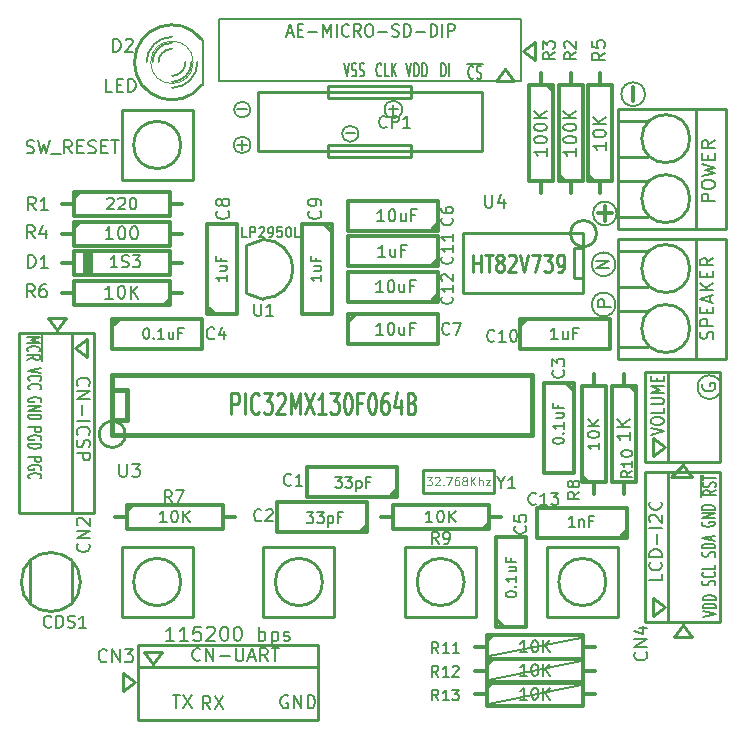
<source format=gto>
G04 #@! TF.FileFunction,Legend,Top*
%FSLAX46Y46*%
G04 Gerber Fmt 4.6, Leading zero omitted, Abs format (unit mm)*
G04 Created by KiCad (PCBNEW 4.0.1-stable) date 2017/06/24 18:36:10*
%MOMM*%
G01*
G04 APERTURE LIST*
%ADD10C,0.100000*%
%ADD11C,0.150000*%
%ADD12C,0.200000*%
%ADD13C,0.170000*%
%ADD14C,0.300000*%
%ADD15C,0.250000*%
%ADD16C,0.381000*%
%ADD17C,0.304800*%
%ADD18C,0.254000*%
%ADD19C,0.203200*%
%ADD20C,0.076200*%
%ADD21C,0.152400*%
%ADD22C,0.180000*%
%ADD23C,0.285750*%
G04 APERTURE END LIST*
D10*
D11*
X150100000Y-139300000D02*
X157900000Y-137700000D01*
X150100000Y-143300000D02*
X157900000Y-141700000D01*
X150100000Y-141300000D02*
X157900000Y-139700000D01*
D12*
X127200000Y-85300000D02*
X152800000Y-85300000D01*
X129907107Y-96000000D02*
G75*
G03X129907107Y-96000000I-707107J0D01*
G01*
X129870820Y-93000000D02*
G75*
G03X129870820Y-93000000I-670820J0D01*
G01*
X128780953Y-95978571D02*
X129619048Y-95978571D01*
X129200000Y-96397619D02*
X129200000Y-95559524D01*
X128780953Y-92978571D02*
X129619048Y-92978571D01*
X127200000Y-90600000D02*
X127200000Y-85400000D01*
X152800000Y-90600000D02*
X127200000Y-90600000D01*
X152800000Y-90400000D02*
X152800000Y-90600000D01*
X152800000Y-85400000D02*
X152800000Y-90400000D01*
D13*
X111102381Y-122416667D02*
X112202381Y-122416667D01*
X112202381Y-122683333D01*
X112150000Y-122750000D01*
X112097619Y-122783333D01*
X111992857Y-122816667D01*
X111835714Y-122816667D01*
X111730952Y-122783333D01*
X111678571Y-122750000D01*
X111626190Y-122683333D01*
X111626190Y-122416667D01*
X112150000Y-123483333D02*
X112202381Y-123416667D01*
X112202381Y-123316667D01*
X112150000Y-123216667D01*
X112045238Y-123150000D01*
X111940476Y-123116667D01*
X111730952Y-123083333D01*
X111573810Y-123083333D01*
X111364286Y-123116667D01*
X111259524Y-123150000D01*
X111154762Y-123216667D01*
X111102381Y-123316667D01*
X111102381Y-123383333D01*
X111154762Y-123483333D01*
X111207143Y-123516667D01*
X111573810Y-123516667D01*
X111573810Y-123383333D01*
X111207143Y-124216667D02*
X111154762Y-124183333D01*
X111102381Y-124083333D01*
X111102381Y-124016667D01*
X111154762Y-123916667D01*
X111259524Y-123850000D01*
X111364286Y-123816667D01*
X111573810Y-123783333D01*
X111730952Y-123783333D01*
X111940476Y-123816667D01*
X112045238Y-123850000D01*
X112150000Y-123916667D01*
X112202381Y-124016667D01*
X112202381Y-124083333D01*
X112150000Y-124183333D01*
X112097619Y-124216667D01*
X111102381Y-119916667D02*
X112202381Y-119916667D01*
X112202381Y-120183333D01*
X112150000Y-120250000D01*
X112097619Y-120283333D01*
X111992857Y-120316667D01*
X111835714Y-120316667D01*
X111730952Y-120283333D01*
X111678571Y-120250000D01*
X111626190Y-120183333D01*
X111626190Y-119916667D01*
X112150000Y-120983333D02*
X112202381Y-120916667D01*
X112202381Y-120816667D01*
X112150000Y-120716667D01*
X112045238Y-120650000D01*
X111940476Y-120616667D01*
X111730952Y-120583333D01*
X111573810Y-120583333D01*
X111364286Y-120616667D01*
X111259524Y-120650000D01*
X111154762Y-120716667D01*
X111102381Y-120816667D01*
X111102381Y-120883333D01*
X111154762Y-120983333D01*
X111207143Y-121016667D01*
X111573810Y-121016667D01*
X111573810Y-120883333D01*
X111102381Y-121316667D02*
X112202381Y-121316667D01*
X112202381Y-121483333D01*
X112150000Y-121583333D01*
X112045238Y-121650000D01*
X111940476Y-121683333D01*
X111730952Y-121716667D01*
X111573810Y-121716667D01*
X111364286Y-121683333D01*
X111259524Y-121650000D01*
X111154762Y-121583333D01*
X111102381Y-121483333D01*
X111102381Y-121316667D01*
X112150000Y-117766667D02*
X112202381Y-117700001D01*
X112202381Y-117600001D01*
X112150000Y-117500001D01*
X112045238Y-117433334D01*
X111940476Y-117400001D01*
X111730952Y-117366667D01*
X111573810Y-117366667D01*
X111364286Y-117400001D01*
X111259524Y-117433334D01*
X111154762Y-117500001D01*
X111102381Y-117600001D01*
X111102381Y-117666667D01*
X111154762Y-117766667D01*
X111207143Y-117800001D01*
X111573810Y-117800001D01*
X111573810Y-117666667D01*
X111102381Y-118100001D02*
X112202381Y-118100001D01*
X111102381Y-118500001D01*
X112202381Y-118500001D01*
X111102381Y-118833334D02*
X112202381Y-118833334D01*
X112202381Y-119000000D01*
X112150000Y-119100000D01*
X112045238Y-119166667D01*
X111940476Y-119200000D01*
X111730952Y-119233334D01*
X111573810Y-119233334D01*
X111364286Y-119200000D01*
X111259524Y-119166667D01*
X111154762Y-119100000D01*
X111102381Y-119000000D01*
X111102381Y-118833334D01*
X112202381Y-114866667D02*
X111102381Y-115100000D01*
X112202381Y-115333333D01*
X111207143Y-115966667D02*
X111154762Y-115933333D01*
X111102381Y-115833333D01*
X111102381Y-115766667D01*
X111154762Y-115666667D01*
X111259524Y-115600000D01*
X111364286Y-115566667D01*
X111573810Y-115533333D01*
X111730952Y-115533333D01*
X111940476Y-115566667D01*
X112045238Y-115600000D01*
X112150000Y-115666667D01*
X112202381Y-115766667D01*
X112202381Y-115833333D01*
X112150000Y-115933333D01*
X112097619Y-115966667D01*
X111207143Y-116666667D02*
X111154762Y-116633333D01*
X111102381Y-116533333D01*
X111102381Y-116466667D01*
X111154762Y-116366667D01*
X111259524Y-116300000D01*
X111364286Y-116266667D01*
X111573810Y-116233333D01*
X111730952Y-116233333D01*
X111940476Y-116266667D01*
X112045238Y-116300000D01*
X112150000Y-116366667D01*
X112202381Y-116466667D01*
X112202381Y-116533333D01*
X112150000Y-116633333D01*
X112097619Y-116666667D01*
D12*
X115307143Y-116397619D02*
X115254762Y-116345238D01*
X115202381Y-116188095D01*
X115202381Y-116083333D01*
X115254762Y-115926191D01*
X115359524Y-115821429D01*
X115464286Y-115769048D01*
X115673810Y-115716667D01*
X115830952Y-115716667D01*
X116040476Y-115769048D01*
X116145238Y-115821429D01*
X116250000Y-115926191D01*
X116302381Y-116083333D01*
X116302381Y-116188095D01*
X116250000Y-116345238D01*
X116197619Y-116397619D01*
X115202381Y-116869048D02*
X116302381Y-116869048D01*
X115202381Y-117497619D01*
X116302381Y-117497619D01*
X115621429Y-118021429D02*
X115621429Y-118859524D01*
X115202381Y-119383334D02*
X116302381Y-119383334D01*
X115307143Y-120535715D02*
X115254762Y-120483334D01*
X115202381Y-120326191D01*
X115202381Y-120221429D01*
X115254762Y-120064287D01*
X115359524Y-119959525D01*
X115464286Y-119907144D01*
X115673810Y-119854763D01*
X115830952Y-119854763D01*
X116040476Y-119907144D01*
X116145238Y-119959525D01*
X116250000Y-120064287D01*
X116302381Y-120221429D01*
X116302381Y-120326191D01*
X116250000Y-120483334D01*
X116197619Y-120535715D01*
X115254762Y-120954763D02*
X115202381Y-121111906D01*
X115202381Y-121373810D01*
X115254762Y-121478572D01*
X115307143Y-121530953D01*
X115411905Y-121583334D01*
X115516667Y-121583334D01*
X115621429Y-121530953D01*
X115673810Y-121478572D01*
X115726190Y-121373810D01*
X115778571Y-121164287D01*
X115830952Y-121059525D01*
X115883333Y-121007144D01*
X115988095Y-120954763D01*
X116092857Y-120954763D01*
X116197619Y-121007144D01*
X116250000Y-121059525D01*
X116302381Y-121164287D01*
X116302381Y-121426191D01*
X116250000Y-121583334D01*
X115202381Y-122054763D02*
X116302381Y-122054763D01*
X116302381Y-122473810D01*
X116250000Y-122578572D01*
X116197619Y-122630953D01*
X116092857Y-122683334D01*
X115935714Y-122683334D01*
X115830952Y-122630953D01*
X115778571Y-122578572D01*
X115726190Y-122473810D01*
X115726190Y-122054763D01*
D13*
X111002381Y-112266667D02*
X112102381Y-112266667D01*
X111316667Y-112500000D01*
X112102381Y-112733333D01*
X111002381Y-112733333D01*
X111107143Y-113466667D02*
X111054762Y-113433333D01*
X111002381Y-113333333D01*
X111002381Y-113266667D01*
X111054762Y-113166667D01*
X111159524Y-113100000D01*
X111264286Y-113066667D01*
X111473810Y-113033333D01*
X111630952Y-113033333D01*
X111840476Y-113066667D01*
X111945238Y-113100000D01*
X112050000Y-113166667D01*
X112102381Y-113266667D01*
X112102381Y-113333333D01*
X112050000Y-113433333D01*
X111997619Y-113466667D01*
X111002381Y-114166667D02*
X111526190Y-113933333D01*
X111002381Y-113766667D02*
X112102381Y-113766667D01*
X112102381Y-114033333D01*
X112050000Y-114100000D01*
X111997619Y-114133333D01*
X111892857Y-114166667D01*
X111735714Y-114166667D01*
X111630952Y-114133333D01*
X111578571Y-114100000D01*
X111526190Y-114033333D01*
X111526190Y-113766667D01*
X112292000Y-112100000D02*
X112292000Y-114300000D01*
X137800000Y-89097619D02*
X138033333Y-90197619D01*
X138266666Y-89097619D01*
X138466666Y-90145238D02*
X138566666Y-90197619D01*
X138733333Y-90197619D01*
X138800000Y-90145238D01*
X138833333Y-90092857D01*
X138866666Y-89988095D01*
X138866666Y-89883333D01*
X138833333Y-89778571D01*
X138800000Y-89726190D01*
X138733333Y-89673810D01*
X138600000Y-89621429D01*
X138533333Y-89569048D01*
X138500000Y-89516667D01*
X138466666Y-89411905D01*
X138466666Y-89307143D01*
X138500000Y-89202381D01*
X138533333Y-89150000D01*
X138600000Y-89097619D01*
X138766666Y-89097619D01*
X138866666Y-89150000D01*
X139133333Y-90145238D02*
X139233333Y-90197619D01*
X139400000Y-90197619D01*
X139466667Y-90145238D01*
X139500000Y-90092857D01*
X139533333Y-89988095D01*
X139533333Y-89883333D01*
X139500000Y-89778571D01*
X139466667Y-89726190D01*
X139400000Y-89673810D01*
X139266667Y-89621429D01*
X139200000Y-89569048D01*
X139166667Y-89516667D01*
X139133333Y-89411905D01*
X139133333Y-89307143D01*
X139166667Y-89202381D01*
X139200000Y-89150000D01*
X139266667Y-89097619D01*
X139433333Y-89097619D01*
X139533333Y-89150000D01*
X143066667Y-89097619D02*
X143300000Y-90197619D01*
X143533333Y-89097619D01*
X143766667Y-90197619D02*
X143766667Y-89097619D01*
X143933333Y-89097619D01*
X144033333Y-89150000D01*
X144100000Y-89254762D01*
X144133333Y-89359524D01*
X144166667Y-89569048D01*
X144166667Y-89726190D01*
X144133333Y-89935714D01*
X144100000Y-90040476D01*
X144033333Y-90145238D01*
X143933333Y-90197619D01*
X143766667Y-90197619D01*
X144466667Y-90197619D02*
X144466667Y-89097619D01*
X144633333Y-89097619D01*
X144733333Y-89150000D01*
X144800000Y-89254762D01*
X144833333Y-89359524D01*
X144866667Y-89569048D01*
X144866667Y-89726190D01*
X144833333Y-89935714D01*
X144800000Y-90040476D01*
X144733333Y-90145238D01*
X144633333Y-90197619D01*
X144466667Y-90197619D01*
X140983334Y-90092857D02*
X140950000Y-90145238D01*
X140850000Y-90197619D01*
X140783334Y-90197619D01*
X140683334Y-90145238D01*
X140616667Y-90040476D01*
X140583334Y-89935714D01*
X140550000Y-89726190D01*
X140550000Y-89569048D01*
X140583334Y-89359524D01*
X140616667Y-89254762D01*
X140683334Y-89150000D01*
X140783334Y-89097619D01*
X140850000Y-89097619D01*
X140950000Y-89150000D01*
X140983334Y-89202381D01*
X141616667Y-90197619D02*
X141283334Y-90197619D01*
X141283334Y-89097619D01*
X141850001Y-90197619D02*
X141850001Y-89097619D01*
X142250001Y-90197619D02*
X141950001Y-89569048D01*
X142250001Y-89097619D02*
X141850001Y-89726190D01*
X146050001Y-90197619D02*
X146050001Y-89097619D01*
X146216667Y-89097619D01*
X146316667Y-89150000D01*
X146383334Y-89254762D01*
X146416667Y-89359524D01*
X146450001Y-89569048D01*
X146450001Y-89726190D01*
X146416667Y-89935714D01*
X146383334Y-90040476D01*
X146316667Y-90145238D01*
X146216667Y-90197619D01*
X146050001Y-90197619D01*
X146750001Y-90197619D02*
X146750001Y-89097619D01*
X148783334Y-90292857D02*
X148750000Y-90345238D01*
X148650000Y-90397619D01*
X148583334Y-90397619D01*
X148483334Y-90345238D01*
X148416667Y-90240476D01*
X148383334Y-90135714D01*
X148350000Y-89926190D01*
X148350000Y-89769048D01*
X148383334Y-89559524D01*
X148416667Y-89454762D01*
X148483334Y-89350000D01*
X148583334Y-89297619D01*
X148650000Y-89297619D01*
X148750000Y-89350000D01*
X148783334Y-89402381D01*
X149050000Y-90345238D02*
X149150000Y-90397619D01*
X149316667Y-90397619D01*
X149383334Y-90345238D01*
X149416667Y-90292857D01*
X149450000Y-90188095D01*
X149450000Y-90083333D01*
X149416667Y-89978571D01*
X149383334Y-89926190D01*
X149316667Y-89873810D01*
X149183334Y-89821429D01*
X149116667Y-89769048D01*
X149083334Y-89716667D01*
X149050000Y-89611905D01*
X149050000Y-89507143D01*
X149083334Y-89402381D01*
X149116667Y-89350000D01*
X149183334Y-89297619D01*
X149350000Y-89297619D01*
X149450000Y-89350000D01*
X148216667Y-89108000D02*
X149583334Y-89108000D01*
X169297619Y-125233333D02*
X168773810Y-125466667D01*
X169297619Y-125633333D02*
X168197619Y-125633333D01*
X168197619Y-125366667D01*
X168250000Y-125300000D01*
X168302381Y-125266667D01*
X168407143Y-125233333D01*
X168564286Y-125233333D01*
X168669048Y-125266667D01*
X168721429Y-125300000D01*
X168773810Y-125366667D01*
X168773810Y-125633333D01*
X169245238Y-124966667D02*
X169297619Y-124866667D01*
X169297619Y-124700000D01*
X169245238Y-124633333D01*
X169192857Y-124600000D01*
X169088095Y-124566667D01*
X168983333Y-124566667D01*
X168878571Y-124600000D01*
X168826190Y-124633333D01*
X168773810Y-124700000D01*
X168721429Y-124833333D01*
X168669048Y-124900000D01*
X168616667Y-124933333D01*
X168511905Y-124966667D01*
X168407143Y-124966667D01*
X168302381Y-124933333D01*
X168250000Y-124900000D01*
X168197619Y-124833333D01*
X168197619Y-124666667D01*
X168250000Y-124566667D01*
X168197619Y-124366666D02*
X168197619Y-123966666D01*
X169297619Y-124166666D02*
X168197619Y-124166666D01*
X168008000Y-125800000D02*
X168008000Y-123900000D01*
X168150000Y-127933333D02*
X168097619Y-127999999D01*
X168097619Y-128099999D01*
X168150000Y-128199999D01*
X168254762Y-128266666D01*
X168359524Y-128299999D01*
X168569048Y-128333333D01*
X168726190Y-128333333D01*
X168935714Y-128299999D01*
X169040476Y-128266666D01*
X169145238Y-128199999D01*
X169197619Y-128099999D01*
X169197619Y-128033333D01*
X169145238Y-127933333D01*
X169092857Y-127899999D01*
X168726190Y-127899999D01*
X168726190Y-128033333D01*
X169197619Y-127599999D02*
X168097619Y-127599999D01*
X169197619Y-127199999D01*
X168097619Y-127199999D01*
X169197619Y-126866666D02*
X168097619Y-126866666D01*
X168097619Y-126700000D01*
X168150000Y-126600000D01*
X168254762Y-126533333D01*
X168359524Y-126500000D01*
X168569048Y-126466666D01*
X168726190Y-126466666D01*
X168935714Y-126500000D01*
X169040476Y-126533333D01*
X169145238Y-126600000D01*
X169197619Y-126700000D01*
X169197619Y-126866666D01*
X169195238Y-130850000D02*
X169247619Y-130750000D01*
X169247619Y-130583333D01*
X169195238Y-130516666D01*
X169142857Y-130483333D01*
X169038095Y-130450000D01*
X168933333Y-130450000D01*
X168828571Y-130483333D01*
X168776190Y-130516666D01*
X168723810Y-130583333D01*
X168671429Y-130716666D01*
X168619048Y-130783333D01*
X168566667Y-130816666D01*
X168461905Y-130850000D01*
X168357143Y-130850000D01*
X168252381Y-130816666D01*
X168200000Y-130783333D01*
X168147619Y-130716666D01*
X168147619Y-130550000D01*
X168200000Y-130450000D01*
X169247619Y-130149999D02*
X168147619Y-130149999D01*
X168147619Y-129983333D01*
X168200000Y-129883333D01*
X168304762Y-129816666D01*
X168409524Y-129783333D01*
X168619048Y-129749999D01*
X168776190Y-129749999D01*
X168985714Y-129783333D01*
X169090476Y-129816666D01*
X169195238Y-129883333D01*
X169247619Y-129983333D01*
X169247619Y-130149999D01*
X168933333Y-129483333D02*
X168933333Y-129149999D01*
X169247619Y-129549999D02*
X168147619Y-129316666D01*
X169247619Y-129083333D01*
X169195238Y-133283334D02*
X169247619Y-133183334D01*
X169247619Y-133016667D01*
X169195238Y-132950000D01*
X169142857Y-132916667D01*
X169038095Y-132883334D01*
X168933333Y-132883334D01*
X168828571Y-132916667D01*
X168776190Y-132950000D01*
X168723810Y-133016667D01*
X168671429Y-133150000D01*
X168619048Y-133216667D01*
X168566667Y-133250000D01*
X168461905Y-133283334D01*
X168357143Y-133283334D01*
X168252381Y-133250000D01*
X168200000Y-133216667D01*
X168147619Y-133150000D01*
X168147619Y-132983334D01*
X168200000Y-132883334D01*
X169142857Y-132183333D02*
X169195238Y-132216667D01*
X169247619Y-132316667D01*
X169247619Y-132383333D01*
X169195238Y-132483333D01*
X169090476Y-132550000D01*
X168985714Y-132583333D01*
X168776190Y-132616667D01*
X168619048Y-132616667D01*
X168409524Y-132583333D01*
X168304762Y-132550000D01*
X168200000Y-132483333D01*
X168147619Y-132383333D01*
X168147619Y-132316667D01*
X168200000Y-132216667D01*
X168252381Y-132183333D01*
X169247619Y-131550000D02*
X169247619Y-131883333D01*
X168147619Y-131883333D01*
X168197619Y-135933333D02*
X169297619Y-135700000D01*
X168197619Y-135466667D01*
X169297619Y-135233333D02*
X168197619Y-135233333D01*
X168197619Y-135066667D01*
X168250000Y-134966667D01*
X168354762Y-134900000D01*
X168459524Y-134866667D01*
X168669048Y-134833333D01*
X168826190Y-134833333D01*
X169035714Y-134866667D01*
X169140476Y-134900000D01*
X169245238Y-134966667D01*
X169297619Y-135066667D01*
X169297619Y-135233333D01*
X169297619Y-134533333D02*
X168197619Y-134533333D01*
X168197619Y-134366667D01*
X168250000Y-134266667D01*
X168354762Y-134200000D01*
X168459524Y-134166667D01*
X168669048Y-134133333D01*
X168826190Y-134133333D01*
X169035714Y-134166667D01*
X169140476Y-134200000D01*
X169245238Y-134266667D01*
X169297619Y-134366667D01*
X169297619Y-134533333D01*
D12*
X169750000Y-116500000D02*
G75*
G03X169750000Y-116500000I-1000000J0D01*
G01*
X133061905Y-142650000D02*
X132957143Y-142597619D01*
X132800000Y-142597619D01*
X132642858Y-142650000D01*
X132538096Y-142754762D01*
X132485715Y-142859524D01*
X132433334Y-143069048D01*
X132433334Y-143226190D01*
X132485715Y-143435714D01*
X132538096Y-143540476D01*
X132642858Y-143645238D01*
X132800000Y-143697619D01*
X132904762Y-143697619D01*
X133061905Y-143645238D01*
X133114286Y-143592857D01*
X133114286Y-143226190D01*
X132904762Y-143226190D01*
X133585715Y-143697619D02*
X133585715Y-142597619D01*
X134214286Y-143697619D01*
X134214286Y-142597619D01*
X134738096Y-143697619D02*
X134738096Y-142597619D01*
X135000001Y-142597619D01*
X135157143Y-142650000D01*
X135261905Y-142754762D01*
X135314286Y-142859524D01*
X135366667Y-143069048D01*
X135366667Y-143226190D01*
X135314286Y-143435714D01*
X135261905Y-143540476D01*
X135157143Y-143645238D01*
X135000001Y-143697619D01*
X134738096Y-143697619D01*
X126516667Y-143747619D02*
X126150001Y-143223810D01*
X125888096Y-143747619D02*
X125888096Y-142647619D01*
X126307143Y-142647619D01*
X126411905Y-142700000D01*
X126464286Y-142752381D01*
X126516667Y-142857143D01*
X126516667Y-143014286D01*
X126464286Y-143119048D01*
X126411905Y-143171429D01*
X126307143Y-143223810D01*
X125888096Y-143223810D01*
X126883334Y-142647619D02*
X127616667Y-143747619D01*
X127616667Y-142647619D02*
X126883334Y-143747619D01*
X123311905Y-142597619D02*
X123940476Y-142597619D01*
X123626191Y-143697619D02*
X123626191Y-142597619D01*
X124202381Y-142597619D02*
X124935714Y-143697619D01*
X124935714Y-142597619D02*
X124202381Y-143697619D01*
X168200000Y-116211905D02*
X168147619Y-116316667D01*
X168147619Y-116473810D01*
X168200000Y-116630952D01*
X168304762Y-116735714D01*
X168409524Y-116788095D01*
X168619048Y-116840476D01*
X168776190Y-116840476D01*
X168985714Y-116788095D01*
X169090476Y-116735714D01*
X169195238Y-116630952D01*
X169247619Y-116473810D01*
X169247619Y-116369048D01*
X169195238Y-116211905D01*
X169142857Y-116159524D01*
X168776190Y-116159524D01*
X168776190Y-116369048D01*
X163304988Y-91700000D02*
G75*
G03X163304988Y-91700000I-1004988J0D01*
G01*
X123457144Y-137992857D02*
X122771429Y-137992857D01*
X123114287Y-137992857D02*
X123114287Y-136792857D01*
X123000001Y-136964286D01*
X122885715Y-137078571D01*
X122771429Y-137135714D01*
X124600001Y-137992857D02*
X123914286Y-137992857D01*
X124257144Y-137992857D02*
X124257144Y-136792857D01*
X124142858Y-136964286D01*
X124028572Y-137078571D01*
X123914286Y-137135714D01*
X125685715Y-136792857D02*
X125114286Y-136792857D01*
X125057143Y-137364286D01*
X125114286Y-137307143D01*
X125228572Y-137250000D01*
X125514286Y-137250000D01*
X125628572Y-137307143D01*
X125685715Y-137364286D01*
X125742858Y-137478571D01*
X125742858Y-137764286D01*
X125685715Y-137878571D01*
X125628572Y-137935714D01*
X125514286Y-137992857D01*
X125228572Y-137992857D01*
X125114286Y-137935714D01*
X125057143Y-137878571D01*
X126200000Y-136907143D02*
X126257143Y-136850000D01*
X126371429Y-136792857D01*
X126657143Y-136792857D01*
X126771429Y-136850000D01*
X126828572Y-136907143D01*
X126885715Y-137021429D01*
X126885715Y-137135714D01*
X126828572Y-137307143D01*
X126142858Y-137992857D01*
X126885715Y-137992857D01*
X127628572Y-136792857D02*
X127742857Y-136792857D01*
X127857143Y-136850000D01*
X127914286Y-136907143D01*
X127971429Y-137021429D01*
X128028572Y-137250000D01*
X128028572Y-137535714D01*
X127971429Y-137764286D01*
X127914286Y-137878571D01*
X127857143Y-137935714D01*
X127742857Y-137992857D01*
X127628572Y-137992857D01*
X127514286Y-137935714D01*
X127457143Y-137878571D01*
X127400000Y-137764286D01*
X127342857Y-137535714D01*
X127342857Y-137250000D01*
X127400000Y-137021429D01*
X127457143Y-136907143D01*
X127514286Y-136850000D01*
X127628572Y-136792857D01*
X128771429Y-136792857D02*
X128885714Y-136792857D01*
X129000000Y-136850000D01*
X129057143Y-136907143D01*
X129114286Y-137021429D01*
X129171429Y-137250000D01*
X129171429Y-137535714D01*
X129114286Y-137764286D01*
X129057143Y-137878571D01*
X129000000Y-137935714D01*
X128885714Y-137992857D01*
X128771429Y-137992857D01*
X128657143Y-137935714D01*
X128600000Y-137878571D01*
X128542857Y-137764286D01*
X128485714Y-137535714D01*
X128485714Y-137250000D01*
X128542857Y-137021429D01*
X128600000Y-136907143D01*
X128657143Y-136850000D01*
X128771429Y-136792857D01*
X130600000Y-137992857D02*
X130600000Y-136792857D01*
X130600000Y-137250000D02*
X130714286Y-137192857D01*
X130942857Y-137192857D01*
X131057143Y-137250000D01*
X131114286Y-137307143D01*
X131171429Y-137421429D01*
X131171429Y-137764286D01*
X131114286Y-137878571D01*
X131057143Y-137935714D01*
X130942857Y-137992857D01*
X130714286Y-137992857D01*
X130600000Y-137935714D01*
X131685714Y-137192857D02*
X131685714Y-138392857D01*
X131685714Y-137250000D02*
X131800000Y-137192857D01*
X132028571Y-137192857D01*
X132142857Y-137250000D01*
X132200000Y-137307143D01*
X132257143Y-137421429D01*
X132257143Y-137764286D01*
X132200000Y-137878571D01*
X132142857Y-137935714D01*
X132028571Y-137992857D01*
X131800000Y-137992857D01*
X131685714Y-137935714D01*
X132714285Y-137935714D02*
X132828571Y-137992857D01*
X133057143Y-137992857D01*
X133171428Y-137935714D01*
X133228571Y-137821429D01*
X133228571Y-137764286D01*
X133171428Y-137650000D01*
X133057143Y-137592857D01*
X132885714Y-137592857D01*
X132771428Y-137535714D01*
X132714285Y-137421429D01*
X132714285Y-137364286D01*
X132771428Y-137250000D01*
X132885714Y-137192857D01*
X133057143Y-137192857D01*
X133171428Y-137250000D01*
D14*
X162314286Y-92309524D02*
X162314286Y-91090476D01*
X159914286Y-102409524D02*
X159914286Y-101190476D01*
X160523810Y-101800000D02*
X159304762Y-101800000D01*
D12*
X160800000Y-109500000D02*
G75*
G03X160800000Y-109500000I-1000000J0D01*
G01*
X160900000Y-101800000D02*
G75*
G03X160900000Y-101800000I-1000000J0D01*
G01*
X160800000Y-106100000D02*
G75*
G03X160800000Y-106100000I-1000000J0D01*
G01*
X125666667Y-139592857D02*
X125614286Y-139645238D01*
X125457143Y-139697619D01*
X125352381Y-139697619D01*
X125195239Y-139645238D01*
X125090477Y-139540476D01*
X125038096Y-139435714D01*
X124985715Y-139226190D01*
X124985715Y-139069048D01*
X125038096Y-138859524D01*
X125090477Y-138754762D01*
X125195239Y-138650000D01*
X125352381Y-138597619D01*
X125457143Y-138597619D01*
X125614286Y-138650000D01*
X125666667Y-138702381D01*
X126138096Y-139697619D02*
X126138096Y-138597619D01*
X126766667Y-139697619D01*
X126766667Y-138597619D01*
X127290477Y-139278571D02*
X128128572Y-139278571D01*
X128652382Y-138597619D02*
X128652382Y-139488095D01*
X128704763Y-139592857D01*
X128757144Y-139645238D01*
X128861906Y-139697619D01*
X129071429Y-139697619D01*
X129176191Y-139645238D01*
X129228572Y-139592857D01*
X129280953Y-139488095D01*
X129280953Y-138597619D01*
X129752382Y-139383333D02*
X130276191Y-139383333D01*
X129647620Y-139697619D02*
X130014287Y-138597619D01*
X130380953Y-139697619D01*
X131376191Y-139697619D02*
X131009525Y-139173810D01*
X130747620Y-139697619D02*
X130747620Y-138597619D01*
X131166667Y-138597619D01*
X131271429Y-138650000D01*
X131323810Y-138702381D01*
X131376191Y-138807143D01*
X131376191Y-138964286D01*
X131323810Y-139069048D01*
X131271429Y-139121429D01*
X131166667Y-139173810D01*
X130747620Y-139173810D01*
X131690477Y-138597619D02*
X132319048Y-138597619D01*
X132004763Y-139697619D02*
X132004763Y-138597619D01*
D13*
X163797619Y-120528571D02*
X164897619Y-120228571D01*
X163797619Y-119928571D01*
X163797619Y-119457142D02*
X163797619Y-119285713D01*
X163850000Y-119199999D01*
X163954762Y-119114285D01*
X164164286Y-119071427D01*
X164530952Y-119071427D01*
X164740476Y-119114285D01*
X164845238Y-119199999D01*
X164897619Y-119285713D01*
X164897619Y-119457142D01*
X164845238Y-119542856D01*
X164740476Y-119628570D01*
X164530952Y-119671427D01*
X164164286Y-119671427D01*
X163954762Y-119628570D01*
X163850000Y-119542856D01*
X163797619Y-119457142D01*
X164897619Y-118257142D02*
X164897619Y-118685713D01*
X163797619Y-118685713D01*
X163797619Y-117957142D02*
X164688095Y-117957142D01*
X164792857Y-117914285D01*
X164845238Y-117871428D01*
X164897619Y-117785714D01*
X164897619Y-117614285D01*
X164845238Y-117528571D01*
X164792857Y-117485714D01*
X164688095Y-117442857D01*
X163797619Y-117442857D01*
X164897619Y-117014285D02*
X163797619Y-117014285D01*
X164583333Y-116714285D01*
X163797619Y-116414285D01*
X164897619Y-116414285D01*
X164321429Y-115985714D02*
X164321429Y-115685714D01*
X164897619Y-115557143D02*
X164897619Y-115985714D01*
X163797619Y-115985714D01*
X163797619Y-115557143D01*
D12*
X160397619Y-109688095D02*
X159297619Y-109688095D01*
X159297619Y-109269048D01*
X159350000Y-109164286D01*
X159402381Y-109111905D01*
X159507143Y-109059524D01*
X159664286Y-109059524D01*
X159769048Y-109111905D01*
X159821429Y-109164286D01*
X159873810Y-109269048D01*
X159873810Y-109688095D01*
X160297619Y-106414285D02*
X159197619Y-106414285D01*
X160297619Y-105785714D01*
X159197619Y-105785714D01*
X169197619Y-100740476D02*
X168097619Y-100740476D01*
X168097619Y-100321429D01*
X168150000Y-100216667D01*
X168202381Y-100164286D01*
X168307143Y-100111905D01*
X168464286Y-100111905D01*
X168569048Y-100164286D01*
X168621429Y-100216667D01*
X168673810Y-100321429D01*
X168673810Y-100740476D01*
X168097619Y-99430952D02*
X168097619Y-99221429D01*
X168150000Y-99116667D01*
X168254762Y-99011905D01*
X168464286Y-98959524D01*
X168830952Y-98959524D01*
X169040476Y-99011905D01*
X169145238Y-99116667D01*
X169197619Y-99221429D01*
X169197619Y-99430952D01*
X169145238Y-99535714D01*
X169040476Y-99640476D01*
X168830952Y-99692857D01*
X168464286Y-99692857D01*
X168254762Y-99640476D01*
X168150000Y-99535714D01*
X168097619Y-99430952D01*
X168097619Y-98592857D02*
X169197619Y-98330952D01*
X168411905Y-98121429D01*
X169197619Y-97911905D01*
X168097619Y-97650000D01*
X168621429Y-97230952D02*
X168621429Y-96864286D01*
X169197619Y-96707143D02*
X169197619Y-97230952D01*
X168097619Y-97230952D01*
X168097619Y-96707143D01*
X169197619Y-95607143D02*
X168673810Y-95973809D01*
X169197619Y-96235714D02*
X168097619Y-96235714D01*
X168097619Y-95816667D01*
X168150000Y-95711905D01*
X168202381Y-95659524D01*
X168307143Y-95607143D01*
X168464286Y-95607143D01*
X168569048Y-95659524D01*
X168621429Y-95711905D01*
X168673810Y-95816667D01*
X168673810Y-96235714D01*
X169045238Y-112430952D02*
X169097619Y-112273809D01*
X169097619Y-112011905D01*
X169045238Y-111907143D01*
X168992857Y-111854762D01*
X168888095Y-111802381D01*
X168783333Y-111802381D01*
X168678571Y-111854762D01*
X168626190Y-111907143D01*
X168573810Y-112011905D01*
X168521429Y-112221428D01*
X168469048Y-112326190D01*
X168416667Y-112378571D01*
X168311905Y-112430952D01*
X168207143Y-112430952D01*
X168102381Y-112378571D01*
X168050000Y-112326190D01*
X167997619Y-112221428D01*
X167997619Y-111959524D01*
X168050000Y-111802381D01*
X169097619Y-111330952D02*
X167997619Y-111330952D01*
X167997619Y-110911905D01*
X168050000Y-110807143D01*
X168102381Y-110754762D01*
X168207143Y-110702381D01*
X168364286Y-110702381D01*
X168469048Y-110754762D01*
X168521429Y-110807143D01*
X168573810Y-110911905D01*
X168573810Y-111330952D01*
X168521429Y-110230952D02*
X168521429Y-109864286D01*
X169097619Y-109707143D02*
X169097619Y-110230952D01*
X167997619Y-110230952D01*
X167997619Y-109707143D01*
X168783333Y-109288095D02*
X168783333Y-108764286D01*
X169097619Y-109392857D02*
X167997619Y-109026190D01*
X169097619Y-108659524D01*
X169097619Y-108292857D02*
X167997619Y-108292857D01*
X169097619Y-107664286D02*
X168469048Y-108135714D01*
X167997619Y-107664286D02*
X168626190Y-108292857D01*
X168521429Y-107192857D02*
X168521429Y-106826191D01*
X169097619Y-106669048D02*
X169097619Y-107192857D01*
X167997619Y-107192857D01*
X167997619Y-106669048D01*
X169097619Y-105569048D02*
X168573810Y-105935714D01*
X169097619Y-106197619D02*
X167997619Y-106197619D01*
X167997619Y-105778572D01*
X168050000Y-105673810D01*
X168102381Y-105621429D01*
X168207143Y-105569048D01*
X168364286Y-105569048D01*
X168469048Y-105621429D01*
X168521429Y-105673810D01*
X168573810Y-105778572D01*
X168573810Y-106197619D01*
X164747619Y-132326191D02*
X164747619Y-132850000D01*
X163647619Y-132850000D01*
X164642857Y-131330953D02*
X164695238Y-131383334D01*
X164747619Y-131540477D01*
X164747619Y-131645239D01*
X164695238Y-131802381D01*
X164590476Y-131907143D01*
X164485714Y-131959524D01*
X164276190Y-132011905D01*
X164119048Y-132011905D01*
X163909524Y-131959524D01*
X163804762Y-131907143D01*
X163700000Y-131802381D01*
X163647619Y-131645239D01*
X163647619Y-131540477D01*
X163700000Y-131383334D01*
X163752381Y-131330953D01*
X164747619Y-130859524D02*
X163647619Y-130859524D01*
X163647619Y-130597619D01*
X163700000Y-130440477D01*
X163804762Y-130335715D01*
X163909524Y-130283334D01*
X164119048Y-130230953D01*
X164276190Y-130230953D01*
X164485714Y-130283334D01*
X164590476Y-130335715D01*
X164695238Y-130440477D01*
X164747619Y-130597619D01*
X164747619Y-130859524D01*
X164328571Y-129759524D02*
X164328571Y-128921429D01*
X164747619Y-128397619D02*
X163647619Y-128397619D01*
X163752381Y-127926190D02*
X163700000Y-127873809D01*
X163647619Y-127769047D01*
X163647619Y-127507143D01*
X163700000Y-127402381D01*
X163752381Y-127350000D01*
X163857143Y-127297619D01*
X163961905Y-127297619D01*
X164119048Y-127350000D01*
X164747619Y-127978571D01*
X164747619Y-127297619D01*
X164642857Y-126197619D02*
X164695238Y-126250000D01*
X164747619Y-126407143D01*
X164747619Y-126511905D01*
X164695238Y-126669047D01*
X164590476Y-126773809D01*
X164485714Y-126826190D01*
X164276190Y-126878571D01*
X164119048Y-126878571D01*
X163909524Y-126826190D01*
X163804762Y-126773809D01*
X163700000Y-126669047D01*
X163647619Y-126511905D01*
X163647619Y-126407143D01*
X163700000Y-126250000D01*
X163752381Y-126197619D01*
D15*
X153970000Y-88762000D02*
X152954000Y-88000000D01*
X152954000Y-88000000D02*
X153970000Y-87238000D01*
X153970000Y-87238000D02*
X153970000Y-88762000D01*
X152192000Y-90540000D02*
X150668000Y-90540000D01*
X150668000Y-90540000D02*
X151430000Y-89524000D01*
X151430000Y-89524000D02*
X152192000Y-90540000D01*
D11*
X139030074Y-95050000D02*
G75*
G03X139030074Y-95050000I-680074J0D01*
G01*
X142750000Y-93000000D02*
G75*
G03X142750000Y-93000000I-750000J0D01*
G01*
D15*
X136500000Y-92000000D02*
X143500000Y-92000000D01*
X143500000Y-92000000D02*
X143500000Y-91000000D01*
X143500000Y-91000000D02*
X136500000Y-91000000D01*
X136500000Y-91000000D02*
X136500000Y-92000000D01*
X143500000Y-96000000D02*
X143500000Y-97000000D01*
X143500000Y-97000000D02*
X136500000Y-97000000D01*
X136500000Y-97000000D02*
X136500000Y-96000000D01*
X136500000Y-96000000D02*
X143500000Y-96000000D01*
X149500000Y-91500000D02*
X130500000Y-91500000D01*
X130500000Y-91500000D02*
X130500000Y-96500000D01*
X130500000Y-96500000D02*
X149500000Y-96500000D01*
X149500000Y-96500000D02*
X149500000Y-91500000D01*
X167096000Y-111540000D02*
G75*
G03X167096000Y-111540000I-2032000J0D01*
G01*
X167096000Y-106460000D02*
G75*
G03X167096000Y-106460000I-2032000J0D01*
G01*
X163540000Y-113064000D02*
X161000000Y-113064000D01*
X161000000Y-110016000D02*
X163540000Y-110016000D01*
X163540000Y-104936000D02*
X161000000Y-104936000D01*
X161000000Y-107984000D02*
X163540000Y-107984000D01*
X167604000Y-114080000D02*
X167604000Y-103920000D01*
X170144000Y-114080000D02*
X170144000Y-103920000D01*
X170144000Y-103920000D02*
X161000000Y-103920000D01*
X161000000Y-103920000D02*
X161000000Y-114080000D01*
X161000000Y-114080000D02*
X170144000Y-114080000D01*
X119304536Y-120500000D02*
G75*
G03X119304536Y-120500000I-1104536J0D01*
G01*
D16*
X118220000Y-115460000D02*
X153780000Y-115460000D01*
D11*
X153780000Y-115460000D02*
X153780000Y-120540000D01*
D16*
X153780000Y-120540000D02*
X118220000Y-120540000D01*
X118220000Y-116730000D02*
X119490000Y-116730000D01*
X119490000Y-116730000D02*
X119490000Y-119270000D01*
X119490000Y-119270000D02*
X118220000Y-119270000D01*
X153780000Y-115460000D02*
X153780000Y-120540000D01*
X118220000Y-120540000D02*
X118220000Y-115460000D01*
D17*
X124080000Y-108500000D02*
X123064000Y-108500000D01*
X123064000Y-108500000D02*
X123064000Y-109516000D01*
X123064000Y-109516000D02*
X114936000Y-109516000D01*
X114936000Y-109516000D02*
X114936000Y-107484000D01*
X114936000Y-107484000D02*
X123064000Y-107484000D01*
X123064000Y-107484000D02*
X123064000Y-108500000D01*
X123064000Y-109008000D02*
X122556000Y-109516000D01*
X113920000Y-108500000D02*
X114936000Y-108500000D01*
X150730000Y-136810000D02*
X150730000Y-129190000D01*
X150730000Y-129190000D02*
X153270000Y-129190000D01*
X153270000Y-129190000D02*
X153270000Y-136810000D01*
X153270000Y-136810000D02*
X150730000Y-136810000D01*
X151365000Y-136810000D02*
X150730000Y-136175000D01*
D15*
X159204536Y-103500000D02*
G75*
G03X159204536Y-103500000I-1104536J0D01*
G01*
X147920000Y-108540000D02*
X158080000Y-108540000D01*
X158080000Y-103460000D02*
X147920000Y-103460000D01*
X158080000Y-104730000D02*
X157318000Y-104730000D01*
X158080000Y-107270000D02*
X157318000Y-107270000D01*
X157318000Y-107270000D02*
X157318000Y-104730000D01*
X158080000Y-108540000D02*
X158080000Y-103460000D01*
X147920000Y-108540000D02*
X147920000Y-103460000D01*
X119110000Y-140738000D02*
X120126000Y-141500000D01*
X120126000Y-141500000D02*
X119110000Y-142262000D01*
X119110000Y-142262000D02*
X119110000Y-140738000D01*
X120888000Y-138960000D02*
X122412000Y-138960000D01*
X122412000Y-138960000D02*
X121650000Y-139976000D01*
X121650000Y-139976000D02*
X120888000Y-138960000D01*
D18*
X128000000Y-144675000D02*
X135620000Y-144675000D01*
X128000000Y-140230000D02*
X135620000Y-140230000D01*
X128000000Y-138325000D02*
X135620000Y-138325000D01*
X120380000Y-138325000D02*
X120380000Y-144675000D01*
X135620000Y-138325000D02*
X135620000Y-144675000D01*
X128000000Y-140230000D02*
X120380000Y-140230000D01*
X120380000Y-138325000D02*
X128000000Y-138325000D01*
X128000000Y-144675000D02*
X120380000Y-144675000D01*
D15*
X114262000Y-110610000D02*
X113500000Y-111626000D01*
X113500000Y-111626000D02*
X112738000Y-110610000D01*
X112738000Y-110610000D02*
X114262000Y-110610000D01*
X116040000Y-112388000D02*
X116040000Y-113912000D01*
X116040000Y-113912000D02*
X115024000Y-113150000D01*
X115024000Y-113150000D02*
X116040000Y-112388000D01*
D18*
X110325000Y-119500000D02*
X110325000Y-127120000D01*
X114770000Y-119500000D02*
X114770000Y-127120000D01*
X116675000Y-119500000D02*
X116675000Y-127120000D01*
X116675000Y-111880000D02*
X110325000Y-111880000D01*
X116675000Y-127120000D02*
X110325000Y-127120000D01*
X114770000Y-119500000D02*
X114770000Y-111880000D01*
X116675000Y-111880000D02*
X116675000Y-119500000D01*
X110325000Y-119500000D02*
X110325000Y-111880000D01*
D17*
X157270000Y-116190000D02*
X157270000Y-123810000D01*
X157270000Y-123810000D02*
X154730000Y-123810000D01*
X154730000Y-123810000D02*
X154730000Y-116190000D01*
X154730000Y-116190000D02*
X157270000Y-116190000D01*
X156635000Y-116190000D02*
X157270000Y-116825000D01*
X148920000Y-140500000D02*
X149936000Y-140500000D01*
X149936000Y-140500000D02*
X149936000Y-139484000D01*
X149936000Y-139484000D02*
X158064000Y-139484000D01*
X158064000Y-139484000D02*
X158064000Y-141516000D01*
X158064000Y-141516000D02*
X149936000Y-141516000D01*
X149936000Y-141516000D02*
X149936000Y-140500000D01*
X149936000Y-139992000D02*
X150444000Y-139484000D01*
X159080000Y-140500000D02*
X158064000Y-140500000D01*
X142310000Y-125770000D02*
X134690000Y-125770000D01*
X134690000Y-125770000D02*
X134690000Y-123230000D01*
X134690000Y-123230000D02*
X142310000Y-123230000D01*
X142310000Y-123230000D02*
X142310000Y-125770000D01*
X142310000Y-125135000D02*
X141675000Y-125770000D01*
X139810000Y-128770000D02*
X132190000Y-128770000D01*
X132190000Y-128770000D02*
X132190000Y-126230000D01*
X132190000Y-126230000D02*
X139810000Y-126230000D01*
X139810000Y-126230000D02*
X139810000Y-128770000D01*
X139810000Y-128135000D02*
X139175000Y-128770000D01*
X118190000Y-110730000D02*
X125810000Y-110730000D01*
X125810000Y-110730000D02*
X125810000Y-113270000D01*
X125810000Y-113270000D02*
X118190000Y-113270000D01*
X118190000Y-113270000D02*
X118190000Y-110730000D01*
X118190000Y-111365000D02*
X118825000Y-110730000D01*
X145810000Y-103270000D02*
X138190000Y-103270000D01*
X138190000Y-103270000D02*
X138190000Y-100730000D01*
X138190000Y-100730000D02*
X145810000Y-100730000D01*
X145810000Y-100730000D02*
X145810000Y-103270000D01*
X145810000Y-102635000D02*
X145175000Y-103270000D01*
X138190000Y-110330000D02*
X145810000Y-110330000D01*
X145810000Y-110330000D02*
X145810000Y-112870000D01*
X145810000Y-112870000D02*
X138190000Y-112870000D01*
X138190000Y-112870000D02*
X138190000Y-110330000D01*
X138190000Y-110965000D02*
X138825000Y-110330000D01*
X161810000Y-129270000D02*
X154190000Y-129270000D01*
X154190000Y-129270000D02*
X154190000Y-126730000D01*
X154190000Y-126730000D02*
X161810000Y-126730000D01*
X161810000Y-126730000D02*
X161810000Y-129270000D01*
X161810000Y-128635000D02*
X161175000Y-129270000D01*
X145810000Y-106270000D02*
X138190000Y-106270000D01*
X138190000Y-106270000D02*
X138190000Y-103730000D01*
X138190000Y-103730000D02*
X145810000Y-103730000D01*
X145810000Y-103730000D02*
X145810000Y-106270000D01*
X145810000Y-105635000D02*
X145175000Y-106270000D01*
D19*
X125844800Y-90905000D02*
X125844800Y-87095000D01*
D20*
X125050051Y-89000000D02*
G75*
G03X125050051Y-89000000I-1796051J0D01*
G01*
D18*
X125791997Y-87092332D02*
G75*
G03X125794000Y-90905000I-2537997J-1907668D01*
G01*
D21*
X123254000Y-87857000D02*
G75*
G03X122111000Y-89000000I0J-1143000D01*
G01*
X123254000Y-90143000D02*
G75*
G03X124397000Y-89000000I0J1143000D01*
G01*
X123254000Y-87349000D02*
G75*
G03X121603000Y-89000000I0J-1651000D01*
G01*
X123254000Y-90651000D02*
G75*
G03X124905000Y-89000000I0J1651000D01*
G01*
X123254000Y-86841000D02*
G75*
G03X121095000Y-89000000I0J-2159000D01*
G01*
X123254000Y-91159000D02*
G75*
G03X125413000Y-89000000I0J2159000D01*
G01*
D17*
X113920000Y-101000000D02*
X114936000Y-101000000D01*
X114936000Y-101000000D02*
X114936000Y-99984000D01*
X114936000Y-99984000D02*
X123064000Y-99984000D01*
X123064000Y-99984000D02*
X123064000Y-102016000D01*
X123064000Y-102016000D02*
X114936000Y-102016000D01*
X114936000Y-102016000D02*
X114936000Y-101000000D01*
X114936000Y-100492000D02*
X115444000Y-99984000D01*
X124080000Y-101000000D02*
X123064000Y-101000000D01*
X157000000Y-100080000D02*
X157000000Y-99064000D01*
X157000000Y-99064000D02*
X155984000Y-99064000D01*
X155984000Y-99064000D02*
X155984000Y-90936000D01*
X155984000Y-90936000D02*
X158016000Y-90936000D01*
X158016000Y-90936000D02*
X158016000Y-99064000D01*
X158016000Y-99064000D02*
X157000000Y-99064000D01*
X156492000Y-99064000D02*
X155984000Y-98556000D01*
X157000000Y-89920000D02*
X157000000Y-90936000D01*
X154500000Y-89920000D02*
X154500000Y-90936000D01*
X154500000Y-90936000D02*
X155516000Y-90936000D01*
X155516000Y-90936000D02*
X155516000Y-99064000D01*
X155516000Y-99064000D02*
X153484000Y-99064000D01*
X153484000Y-99064000D02*
X153484000Y-90936000D01*
X153484000Y-90936000D02*
X154500000Y-90936000D01*
X155008000Y-90936000D02*
X155516000Y-91444000D01*
X154500000Y-100080000D02*
X154500000Y-99064000D01*
X113920000Y-103500000D02*
X114936000Y-103500000D01*
X114936000Y-103500000D02*
X114936000Y-102484000D01*
X114936000Y-102484000D02*
X123064000Y-102484000D01*
X123064000Y-102484000D02*
X123064000Y-104516000D01*
X123064000Y-104516000D02*
X114936000Y-104516000D01*
X114936000Y-104516000D02*
X114936000Y-103500000D01*
X114936000Y-102992000D02*
X115444000Y-102484000D01*
X124080000Y-103500000D02*
X123064000Y-103500000D01*
X159500000Y-100080000D02*
X159500000Y-99064000D01*
X159500000Y-99064000D02*
X158484000Y-99064000D01*
X158484000Y-99064000D02*
X158484000Y-90936000D01*
X158484000Y-90936000D02*
X160516000Y-90936000D01*
X160516000Y-90936000D02*
X160516000Y-99064000D01*
X160516000Y-99064000D02*
X159500000Y-99064000D01*
X158992000Y-99064000D02*
X158484000Y-98556000D01*
X159500000Y-89920000D02*
X159500000Y-90936000D01*
X118420000Y-127500000D02*
X119436000Y-127500000D01*
X119436000Y-127500000D02*
X119436000Y-126484000D01*
X119436000Y-126484000D02*
X127564000Y-126484000D01*
X127564000Y-126484000D02*
X127564000Y-128516000D01*
X127564000Y-128516000D02*
X119436000Y-128516000D01*
X119436000Y-128516000D02*
X119436000Y-127500000D01*
X119436000Y-126992000D02*
X119944000Y-126484000D01*
X128580000Y-127500000D02*
X127564000Y-127500000D01*
X159000000Y-125580000D02*
X159000000Y-124564000D01*
X159000000Y-124564000D02*
X157984000Y-124564000D01*
X157984000Y-124564000D02*
X157984000Y-116436000D01*
X157984000Y-116436000D02*
X160016000Y-116436000D01*
X160016000Y-116436000D02*
X160016000Y-124564000D01*
X160016000Y-124564000D02*
X159000000Y-124564000D01*
X158492000Y-124564000D02*
X157984000Y-124056000D01*
X159000000Y-115420000D02*
X159000000Y-116436000D01*
X151080000Y-127500000D02*
X150064000Y-127500000D01*
X150064000Y-127500000D02*
X150064000Y-128516000D01*
X150064000Y-128516000D02*
X141936000Y-128516000D01*
X141936000Y-128516000D02*
X141936000Y-126484000D01*
X141936000Y-126484000D02*
X150064000Y-126484000D01*
X150064000Y-126484000D02*
X150064000Y-127500000D01*
X150064000Y-128008000D02*
X149556000Y-128516000D01*
X140920000Y-127500000D02*
X141936000Y-127500000D01*
X161500000Y-115420000D02*
X161500000Y-116436000D01*
X161500000Y-116436000D02*
X162516000Y-116436000D01*
X162516000Y-116436000D02*
X162516000Y-124564000D01*
X162516000Y-124564000D02*
X160484000Y-124564000D01*
X160484000Y-124564000D02*
X160484000Y-116436000D01*
X160484000Y-116436000D02*
X161500000Y-116436000D01*
X162008000Y-116436000D02*
X162516000Y-116944000D01*
X161500000Y-125580000D02*
X161500000Y-124564000D01*
X148920000Y-138500000D02*
X149936000Y-138500000D01*
X149936000Y-138500000D02*
X149936000Y-137484000D01*
X149936000Y-137484000D02*
X158064000Y-137484000D01*
X158064000Y-137484000D02*
X158064000Y-139516000D01*
X158064000Y-139516000D02*
X149936000Y-139516000D01*
X149936000Y-139516000D02*
X149936000Y-138500000D01*
X149936000Y-137992000D02*
X150444000Y-137484000D01*
X159080000Y-138500000D02*
X158064000Y-138500000D01*
X148920000Y-142500000D02*
X149936000Y-142500000D01*
X149936000Y-142500000D02*
X149936000Y-141484000D01*
X149936000Y-141484000D02*
X158064000Y-141484000D01*
X158064000Y-141484000D02*
X158064000Y-143516000D01*
X158064000Y-143516000D02*
X149936000Y-143516000D01*
X149936000Y-143516000D02*
X149936000Y-142500000D01*
X149936000Y-141992000D02*
X150444000Y-141484000D01*
X159080000Y-142500000D02*
X158064000Y-142500000D01*
D15*
X124000000Y-96000000D02*
G75*
G03X124000000Y-96000000I-2000000J0D01*
G01*
X122000000Y-93000000D02*
X125000000Y-93000000D01*
X125000000Y-93000000D02*
X125000000Y-99000000D01*
X125000000Y-99000000D02*
X119000000Y-99000000D01*
X119000000Y-99000000D02*
X119000000Y-93000000D01*
X119000000Y-93000000D02*
X122000000Y-93000000D01*
X116400000Y-105000000D02*
X116400000Y-107000000D01*
X116200000Y-105000000D02*
X116200000Y-107000000D01*
X115800000Y-105000000D02*
X115800000Y-107000000D01*
X116000000Y-105000000D02*
X116000000Y-107000000D01*
D17*
X113920000Y-106000000D02*
X114936000Y-106000000D01*
X114936000Y-106000000D02*
X114936000Y-104984000D01*
X114936000Y-104984000D02*
X123064000Y-104984000D01*
X123064000Y-104984000D02*
X123064000Y-107016000D01*
X123064000Y-107016000D02*
X114936000Y-107016000D01*
X114936000Y-107016000D02*
X114936000Y-106000000D01*
X124080000Y-106000000D02*
X123064000Y-106000000D01*
D15*
X131000000Y-104000000D02*
X129500000Y-104500000D01*
X129500000Y-104500000D02*
X129500000Y-108500000D01*
X129500000Y-108500000D02*
X131000000Y-109000000D01*
X133500000Y-106500000D02*
G75*
G03X131000000Y-104000000I-2500000J0D01*
G01*
X131000000Y-109000000D02*
G75*
G03X133500000Y-106500000I0J2500000D01*
G01*
X165738000Y-137620000D02*
X166500000Y-136604000D01*
X166500000Y-136604000D02*
X167262000Y-137620000D01*
X167262000Y-137620000D02*
X165738000Y-137620000D01*
X163960000Y-135842000D02*
X163960000Y-134572000D01*
D18*
X163960000Y-134572000D02*
X163960000Y-134318000D01*
D15*
X163960000Y-134318000D02*
X164976000Y-135080000D01*
X164976000Y-135080000D02*
X163960000Y-135842000D01*
D18*
X169675000Y-128730000D02*
X169675000Y-123650000D01*
X165230000Y-128730000D02*
X165230000Y-123650000D01*
X163325000Y-128730000D02*
X163325000Y-123650000D01*
X163325000Y-136350000D02*
X169675000Y-136350000D01*
X163325000Y-123650000D02*
X169675000Y-123650000D01*
X165230000Y-128730000D02*
X165230000Y-136350000D01*
X163325000Y-136350000D02*
X163325000Y-128730000D01*
X169675000Y-128730000D02*
X169675000Y-136350000D01*
D15*
X150500000Y-123500000D02*
X144500000Y-123500000D01*
X150500000Y-125500000D02*
X144500000Y-125500000D01*
X150500000Y-123500000D02*
X150500000Y-125500000D01*
X144500000Y-123500000D02*
X144500000Y-125500000D01*
X111222000Y-131222000D02*
X111222000Y-134778000D01*
X114778000Y-131222000D02*
X114778000Y-134778000D01*
X115500000Y-133000000D02*
G75*
G03X115500000Y-133000000I-2500000J0D01*
G01*
D17*
X136770000Y-102690000D02*
X136770000Y-110310000D01*
X136770000Y-110310000D02*
X134230000Y-110310000D01*
X134230000Y-110310000D02*
X134230000Y-102690000D01*
X134230000Y-102690000D02*
X136770000Y-102690000D01*
X136135000Y-102690000D02*
X136770000Y-103325000D01*
X152690000Y-110730000D02*
X160310000Y-110730000D01*
X160310000Y-110730000D02*
X160310000Y-113270000D01*
X160310000Y-113270000D02*
X152690000Y-113270000D01*
X152690000Y-113270000D02*
X152690000Y-110730000D01*
X152690000Y-111365000D02*
X153325000Y-110730000D01*
X126230000Y-110310000D02*
X126230000Y-102690000D01*
X126230000Y-102690000D02*
X128770000Y-102690000D01*
X128770000Y-102690000D02*
X128770000Y-110310000D01*
X128770000Y-110310000D02*
X126230000Y-110310000D01*
X126865000Y-110310000D02*
X126230000Y-109675000D01*
X145810000Y-109270000D02*
X138190000Y-109270000D01*
X138190000Y-109270000D02*
X138190000Y-106730000D01*
X138190000Y-106730000D02*
X145810000Y-106730000D01*
X145810000Y-106730000D02*
X145810000Y-109270000D01*
X145810000Y-108635000D02*
X145175000Y-109270000D01*
D15*
X165484000Y-124080000D02*
X166500000Y-123064000D01*
X166500000Y-123064000D02*
X167262000Y-124080000D01*
X167262000Y-124080000D02*
X165484000Y-124080000D01*
X163960000Y-122302000D02*
X163960000Y-120778000D01*
X163960000Y-120778000D02*
X164976000Y-121540000D01*
X164976000Y-121540000D02*
X163960000Y-122302000D01*
X169675000Y-122810000D02*
X169675000Y-115190000D01*
X163325000Y-122810000D02*
X163325000Y-115190000D01*
X165230000Y-115190000D02*
X165230000Y-117730000D01*
X169675000Y-115190000D02*
X163325000Y-115190000D01*
D18*
X165230000Y-117730000D02*
X165230000Y-122810000D01*
X163325000Y-122810000D02*
X169675000Y-122810000D01*
D15*
X124000000Y-133000000D02*
G75*
G03X124000000Y-133000000I-2000000J0D01*
G01*
X122000000Y-136000000D02*
X119000000Y-136000000D01*
X119000000Y-136000000D02*
X119000000Y-130000000D01*
X119000000Y-130000000D02*
X125000000Y-130000000D01*
X125000000Y-130000000D02*
X125000000Y-136000000D01*
X125000000Y-136000000D02*
X122000000Y-136000000D01*
X136000000Y-133000000D02*
G75*
G03X136000000Y-133000000I-2000000J0D01*
G01*
X134000000Y-136000000D02*
X131000000Y-136000000D01*
X131000000Y-136000000D02*
X131000000Y-130000000D01*
X131000000Y-130000000D02*
X137000000Y-130000000D01*
X137000000Y-130000000D02*
X137000000Y-136000000D01*
X137000000Y-136000000D02*
X134000000Y-136000000D01*
X148000000Y-133000000D02*
G75*
G03X148000000Y-133000000I-2000000J0D01*
G01*
X146000000Y-136000000D02*
X143000000Y-136000000D01*
X143000000Y-136000000D02*
X143000000Y-130000000D01*
X143000000Y-130000000D02*
X149000000Y-130000000D01*
X149000000Y-130000000D02*
X149000000Y-136000000D01*
X149000000Y-136000000D02*
X146000000Y-136000000D01*
X160000000Y-133000000D02*
G75*
G03X160000000Y-133000000I-2000000J0D01*
G01*
X158000000Y-136000000D02*
X155000000Y-136000000D01*
X155000000Y-136000000D02*
X155000000Y-130000000D01*
X155000000Y-130000000D02*
X161000000Y-130000000D01*
X161000000Y-130000000D02*
X161000000Y-136000000D01*
X161000000Y-136000000D02*
X158000000Y-136000000D01*
X167096000Y-100540000D02*
G75*
G03X167096000Y-100540000I-2032000J0D01*
G01*
X167096000Y-95460000D02*
G75*
G03X167096000Y-95460000I-2032000J0D01*
G01*
X163540000Y-102064000D02*
X161000000Y-102064000D01*
X161000000Y-99016000D02*
X163540000Y-99016000D01*
X163540000Y-93936000D02*
X161000000Y-93936000D01*
X161000000Y-96984000D02*
X163540000Y-96984000D01*
X167604000Y-103080000D02*
X167604000Y-92920000D01*
X170144000Y-103080000D02*
X170144000Y-92920000D01*
X170144000Y-92920000D02*
X161000000Y-92920000D01*
X161000000Y-92920000D02*
X161000000Y-103080000D01*
X161000000Y-103080000D02*
X170144000Y-103080000D01*
D22*
X133004763Y-86533333D02*
X133480954Y-86533333D01*
X132909525Y-86847619D02*
X133242858Y-85747619D01*
X133576192Y-86847619D01*
X133909525Y-86271429D02*
X134242859Y-86271429D01*
X134385716Y-86847619D02*
X133909525Y-86847619D01*
X133909525Y-85747619D01*
X134385716Y-85747619D01*
X134814287Y-86428571D02*
X135576192Y-86428571D01*
X136052382Y-86847619D02*
X136052382Y-85747619D01*
X136385716Y-86533333D01*
X136719049Y-85747619D01*
X136719049Y-86847619D01*
X137195239Y-86847619D02*
X137195239Y-85747619D01*
X138242858Y-86742857D02*
X138195239Y-86795238D01*
X138052382Y-86847619D01*
X137957144Y-86847619D01*
X137814286Y-86795238D01*
X137719048Y-86690476D01*
X137671429Y-86585714D01*
X137623810Y-86376190D01*
X137623810Y-86219048D01*
X137671429Y-86009524D01*
X137719048Y-85904762D01*
X137814286Y-85800000D01*
X137957144Y-85747619D01*
X138052382Y-85747619D01*
X138195239Y-85800000D01*
X138242858Y-85852381D01*
X139242858Y-86847619D02*
X138909524Y-86323810D01*
X138671429Y-86847619D02*
X138671429Y-85747619D01*
X139052382Y-85747619D01*
X139147620Y-85800000D01*
X139195239Y-85852381D01*
X139242858Y-85957143D01*
X139242858Y-86114286D01*
X139195239Y-86219048D01*
X139147620Y-86271429D01*
X139052382Y-86323810D01*
X138671429Y-86323810D01*
X139861905Y-85747619D02*
X140052382Y-85747619D01*
X140147620Y-85800000D01*
X140242858Y-85904762D01*
X140290477Y-86114286D01*
X140290477Y-86480952D01*
X140242858Y-86690476D01*
X140147620Y-86795238D01*
X140052382Y-86847619D01*
X139861905Y-86847619D01*
X139766667Y-86795238D01*
X139671429Y-86690476D01*
X139623810Y-86480952D01*
X139623810Y-86114286D01*
X139671429Y-85904762D01*
X139766667Y-85800000D01*
X139861905Y-85747619D01*
X140719048Y-86428571D02*
X141480953Y-86428571D01*
X141909524Y-86795238D02*
X142052381Y-86847619D01*
X142290477Y-86847619D01*
X142385715Y-86795238D01*
X142433334Y-86742857D01*
X142480953Y-86638095D01*
X142480953Y-86533333D01*
X142433334Y-86428571D01*
X142385715Y-86376190D01*
X142290477Y-86323810D01*
X142100000Y-86271429D01*
X142004762Y-86219048D01*
X141957143Y-86166667D01*
X141909524Y-86061905D01*
X141909524Y-85957143D01*
X141957143Y-85852381D01*
X142004762Y-85800000D01*
X142100000Y-85747619D01*
X142338096Y-85747619D01*
X142480953Y-85800000D01*
X142909524Y-86847619D02*
X142909524Y-85747619D01*
X143147619Y-85747619D01*
X143290477Y-85800000D01*
X143385715Y-85904762D01*
X143433334Y-86009524D01*
X143480953Y-86219048D01*
X143480953Y-86376190D01*
X143433334Y-86585714D01*
X143385715Y-86690476D01*
X143290477Y-86795238D01*
X143147619Y-86847619D01*
X142909524Y-86847619D01*
X143909524Y-86428571D02*
X144671429Y-86428571D01*
X145147619Y-86847619D02*
X145147619Y-85747619D01*
X145385714Y-85747619D01*
X145528572Y-85800000D01*
X145623810Y-85904762D01*
X145671429Y-86009524D01*
X145719048Y-86219048D01*
X145719048Y-86376190D01*
X145671429Y-86585714D01*
X145623810Y-86690476D01*
X145528572Y-86795238D01*
X145385714Y-86847619D01*
X145147619Y-86847619D01*
X146147619Y-86847619D02*
X146147619Y-85747619D01*
X146623809Y-86847619D02*
X146623809Y-85747619D01*
X147004762Y-85747619D01*
X147100000Y-85800000D01*
X147147619Y-85852381D01*
X147195238Y-85957143D01*
X147195238Y-86114286D01*
X147147619Y-86219048D01*
X147100000Y-86271429D01*
X147004762Y-86323810D01*
X146623809Y-86323810D01*
D19*
X141422667Y-94462857D02*
X141374286Y-94511238D01*
X141229143Y-94559619D01*
X141132381Y-94559619D01*
X140987239Y-94511238D01*
X140890477Y-94414476D01*
X140842096Y-94317714D01*
X140793715Y-94124190D01*
X140793715Y-93979048D01*
X140842096Y-93785524D01*
X140890477Y-93688762D01*
X140987239Y-93592000D01*
X141132381Y-93543619D01*
X141229143Y-93543619D01*
X141374286Y-93592000D01*
X141422667Y-93640381D01*
X141858096Y-94559619D02*
X141858096Y-93543619D01*
X142245143Y-93543619D01*
X142341905Y-93592000D01*
X142390286Y-93640381D01*
X142438667Y-93737143D01*
X142438667Y-93882286D01*
X142390286Y-93979048D01*
X142341905Y-94027429D01*
X142245143Y-94075810D01*
X141858096Y-94075810D01*
X143406286Y-94559619D02*
X142825715Y-94559619D01*
X143116001Y-94559619D02*
X143116001Y-93543619D01*
X143019239Y-93688762D01*
X142922477Y-93785524D01*
X142825715Y-93833905D01*
D11*
X137969048Y-95021429D02*
X138730953Y-95021429D01*
X141619048Y-92971429D02*
X142380953Y-92971429D01*
X142000001Y-93352381D02*
X142000001Y-92590476D01*
D12*
X118811905Y-122997619D02*
X118811905Y-123888095D01*
X118864286Y-123992857D01*
X118916667Y-124045238D01*
X119021429Y-124097619D01*
X119230952Y-124097619D01*
X119335714Y-124045238D01*
X119388095Y-123992857D01*
X119440476Y-123888095D01*
X119440476Y-122997619D01*
X119859524Y-122997619D02*
X120540476Y-122997619D01*
X120173810Y-123416667D01*
X120330952Y-123416667D01*
X120435714Y-123469048D01*
X120488095Y-123521429D01*
X120540476Y-123626190D01*
X120540476Y-123888095D01*
X120488095Y-123992857D01*
X120435714Y-124045238D01*
X120330952Y-124097619D01*
X120016667Y-124097619D01*
X119911905Y-124045238D01*
X119859524Y-123992857D01*
D23*
X128293931Y-118804333D02*
X128293931Y-117026333D01*
X128729359Y-117026333D01*
X128838217Y-117111000D01*
X128892645Y-117195667D01*
X128947074Y-117365000D01*
X128947074Y-117619000D01*
X128892645Y-117788333D01*
X128838217Y-117873000D01*
X128729359Y-117957667D01*
X128293931Y-117957667D01*
X129436931Y-118804333D02*
X129436931Y-117026333D01*
X130634360Y-118635000D02*
X130579931Y-118719667D01*
X130416645Y-118804333D01*
X130307788Y-118804333D01*
X130144503Y-118719667D01*
X130035645Y-118550333D01*
X129981217Y-118381000D01*
X129926788Y-118042333D01*
X129926788Y-117788333D01*
X129981217Y-117449667D01*
X130035645Y-117280333D01*
X130144503Y-117111000D01*
X130307788Y-117026333D01*
X130416645Y-117026333D01*
X130579931Y-117111000D01*
X130634360Y-117195667D01*
X131015360Y-117026333D02*
X131722931Y-117026333D01*
X131341931Y-117703667D01*
X131505217Y-117703667D01*
X131614074Y-117788333D01*
X131668503Y-117873000D01*
X131722931Y-118042333D01*
X131722931Y-118465667D01*
X131668503Y-118635000D01*
X131614074Y-118719667D01*
X131505217Y-118804333D01*
X131178645Y-118804333D01*
X131069788Y-118719667D01*
X131015360Y-118635000D01*
X132158359Y-117195667D02*
X132212788Y-117111000D01*
X132321645Y-117026333D01*
X132593788Y-117026333D01*
X132702645Y-117111000D01*
X132757074Y-117195667D01*
X132811502Y-117365000D01*
X132811502Y-117534333D01*
X132757074Y-117788333D01*
X132103931Y-118804333D01*
X132811502Y-118804333D01*
X133301359Y-118804333D02*
X133301359Y-117026333D01*
X133682359Y-118296333D01*
X134063359Y-117026333D01*
X134063359Y-118804333D01*
X134498788Y-117026333D02*
X135260788Y-118804333D01*
X135260788Y-117026333D02*
X134498788Y-118804333D01*
X136294930Y-118804333D02*
X135641787Y-118804333D01*
X135968359Y-118804333D02*
X135968359Y-117026333D01*
X135859502Y-117280333D01*
X135750644Y-117449667D01*
X135641787Y-117534333D01*
X136675930Y-117026333D02*
X137383501Y-117026333D01*
X137002501Y-117703667D01*
X137165787Y-117703667D01*
X137274644Y-117788333D01*
X137329073Y-117873000D01*
X137383501Y-118042333D01*
X137383501Y-118465667D01*
X137329073Y-118635000D01*
X137274644Y-118719667D01*
X137165787Y-118804333D01*
X136839215Y-118804333D01*
X136730358Y-118719667D01*
X136675930Y-118635000D01*
X138091072Y-117026333D02*
X138199929Y-117026333D01*
X138308786Y-117111000D01*
X138363215Y-117195667D01*
X138417644Y-117365000D01*
X138472072Y-117703667D01*
X138472072Y-118127000D01*
X138417644Y-118465667D01*
X138363215Y-118635000D01*
X138308786Y-118719667D01*
X138199929Y-118804333D01*
X138091072Y-118804333D01*
X137982215Y-118719667D01*
X137927786Y-118635000D01*
X137873358Y-118465667D01*
X137818929Y-118127000D01*
X137818929Y-117703667D01*
X137873358Y-117365000D01*
X137927786Y-117195667D01*
X137982215Y-117111000D01*
X138091072Y-117026333D01*
X139342929Y-117873000D02*
X138961929Y-117873000D01*
X138961929Y-118804333D02*
X138961929Y-117026333D01*
X139506215Y-117026333D01*
X140159357Y-117026333D02*
X140268214Y-117026333D01*
X140377071Y-117111000D01*
X140431500Y-117195667D01*
X140485929Y-117365000D01*
X140540357Y-117703667D01*
X140540357Y-118127000D01*
X140485929Y-118465667D01*
X140431500Y-118635000D01*
X140377071Y-118719667D01*
X140268214Y-118804333D01*
X140159357Y-118804333D01*
X140050500Y-118719667D01*
X139996071Y-118635000D01*
X139941643Y-118465667D01*
X139887214Y-118127000D01*
X139887214Y-117703667D01*
X139941643Y-117365000D01*
X139996071Y-117195667D01*
X140050500Y-117111000D01*
X140159357Y-117026333D01*
X141520071Y-117026333D02*
X141302357Y-117026333D01*
X141193500Y-117111000D01*
X141139071Y-117195667D01*
X141030214Y-117449667D01*
X140975785Y-117788333D01*
X140975785Y-118465667D01*
X141030214Y-118635000D01*
X141084642Y-118719667D01*
X141193500Y-118804333D01*
X141411214Y-118804333D01*
X141520071Y-118719667D01*
X141574500Y-118635000D01*
X141628928Y-118465667D01*
X141628928Y-118042333D01*
X141574500Y-117873000D01*
X141520071Y-117788333D01*
X141411214Y-117703667D01*
X141193500Y-117703667D01*
X141084642Y-117788333D01*
X141030214Y-117873000D01*
X140975785Y-118042333D01*
X142608642Y-117619000D02*
X142608642Y-118804333D01*
X142336499Y-116941667D02*
X142064356Y-118211667D01*
X142771928Y-118211667D01*
X143588356Y-117873000D02*
X143751642Y-117957667D01*
X143806070Y-118042333D01*
X143860499Y-118211667D01*
X143860499Y-118465667D01*
X143806070Y-118635000D01*
X143751642Y-118719667D01*
X143642784Y-118804333D01*
X143207356Y-118804333D01*
X143207356Y-117026333D01*
X143588356Y-117026333D01*
X143697213Y-117111000D01*
X143751642Y-117195667D01*
X143806070Y-117365000D01*
X143806070Y-117534333D01*
X143751642Y-117703667D01*
X143697213Y-117788333D01*
X143588356Y-117873000D01*
X143207356Y-117873000D01*
D19*
X111616667Y-108897619D02*
X111250001Y-108373810D01*
X110988096Y-108897619D02*
X110988096Y-107797619D01*
X111407143Y-107797619D01*
X111511905Y-107850000D01*
X111564286Y-107902381D01*
X111616667Y-108007143D01*
X111616667Y-108164286D01*
X111564286Y-108269048D01*
X111511905Y-108321429D01*
X111407143Y-108373810D01*
X110988096Y-108373810D01*
X112559524Y-107797619D02*
X112350001Y-107797619D01*
X112245239Y-107850000D01*
X112192858Y-107902381D01*
X112088096Y-108059524D01*
X112035715Y-108269048D01*
X112035715Y-108688095D01*
X112088096Y-108792857D01*
X112140477Y-108845238D01*
X112245239Y-108897619D01*
X112454762Y-108897619D01*
X112559524Y-108845238D01*
X112611905Y-108792857D01*
X112664286Y-108688095D01*
X112664286Y-108426190D01*
X112611905Y-108321429D01*
X112559524Y-108269048D01*
X112454762Y-108216667D01*
X112245239Y-108216667D01*
X112140477Y-108269048D01*
X112088096Y-108321429D01*
X112035715Y-108426190D01*
X118240476Y-108997619D02*
X117611905Y-108997619D01*
X117926191Y-108997619D02*
X117926191Y-107897619D01*
X117821429Y-108054762D01*
X117716667Y-108159524D01*
X117611905Y-108211905D01*
X118921429Y-107897619D02*
X119026190Y-107897619D01*
X119130952Y-107950000D01*
X119183333Y-108002381D01*
X119235714Y-108107143D01*
X119288095Y-108316667D01*
X119288095Y-108578571D01*
X119235714Y-108788095D01*
X119183333Y-108892857D01*
X119130952Y-108945238D01*
X119026190Y-108997619D01*
X118921429Y-108997619D01*
X118816667Y-108945238D01*
X118764286Y-108892857D01*
X118711905Y-108788095D01*
X118659524Y-108578571D01*
X118659524Y-108316667D01*
X118711905Y-108107143D01*
X118764286Y-108002381D01*
X118816667Y-107950000D01*
X118921429Y-107897619D01*
X119759524Y-108997619D02*
X119759524Y-107897619D01*
X120388095Y-108997619D02*
X119916667Y-108369048D01*
X120388095Y-107897619D02*
X119759524Y-108526190D01*
D12*
X153162857Y-128269333D02*
X153211238Y-128317714D01*
X153259619Y-128462857D01*
X153259619Y-128559619D01*
X153211238Y-128704761D01*
X153114476Y-128801523D01*
X153017714Y-128849904D01*
X152824190Y-128898285D01*
X152679048Y-128898285D01*
X152485524Y-128849904D01*
X152388762Y-128801523D01*
X152292000Y-128704761D01*
X152243619Y-128559619D01*
X152243619Y-128462857D01*
X152292000Y-128317714D01*
X152340381Y-128269333D01*
X152243619Y-127350095D02*
X152243619Y-127833904D01*
X152727429Y-127882285D01*
X152679048Y-127833904D01*
X152630667Y-127737142D01*
X152630667Y-127495238D01*
X152679048Y-127398476D01*
X152727429Y-127350095D01*
X152824190Y-127301714D01*
X153066095Y-127301714D01*
X153162857Y-127350095D01*
X153211238Y-127398476D01*
X153259619Y-127495238D01*
X153259619Y-127737142D01*
X153211238Y-127833904D01*
X153162857Y-127882285D01*
D11*
X151507143Y-134078572D02*
X151507143Y-133992857D01*
X151550000Y-133907143D01*
X151592857Y-133864286D01*
X151678571Y-133821429D01*
X151850000Y-133778572D01*
X152064286Y-133778572D01*
X152235714Y-133821429D01*
X152321429Y-133864286D01*
X152364286Y-133907143D01*
X152407143Y-133992857D01*
X152407143Y-134078572D01*
X152364286Y-134164286D01*
X152321429Y-134207143D01*
X152235714Y-134250000D01*
X152064286Y-134292857D01*
X151850000Y-134292857D01*
X151678571Y-134250000D01*
X151592857Y-134207143D01*
X151550000Y-134164286D01*
X151507143Y-134078572D01*
X152321429Y-133392857D02*
X152364286Y-133350000D01*
X152407143Y-133392857D01*
X152364286Y-133435714D01*
X152321429Y-133392857D01*
X152407143Y-133392857D01*
X152407143Y-132492858D02*
X152407143Y-133007143D01*
X152407143Y-132750001D02*
X151507143Y-132750001D01*
X151635714Y-132835715D01*
X151721429Y-132921429D01*
X151764286Y-133007143D01*
X151807143Y-131721429D02*
X152407143Y-131721429D01*
X151807143Y-132107143D02*
X152278571Y-132107143D01*
X152364286Y-132064286D01*
X152407143Y-131978572D01*
X152407143Y-131850000D01*
X152364286Y-131764286D01*
X152321429Y-131721429D01*
X151935714Y-130992857D02*
X151935714Y-131292857D01*
X152407143Y-131292857D02*
X151507143Y-131292857D01*
X151507143Y-130864286D01*
D12*
X149761905Y-100197619D02*
X149761905Y-101088095D01*
X149814286Y-101192857D01*
X149866667Y-101245238D01*
X149971429Y-101297619D01*
X150180952Y-101297619D01*
X150285714Y-101245238D01*
X150338095Y-101192857D01*
X150390476Y-101088095D01*
X150390476Y-100197619D01*
X151385714Y-100564286D02*
X151385714Y-101297619D01*
X151123810Y-100145238D02*
X150861905Y-100930952D01*
X151542857Y-100930952D01*
D15*
X148776191Y-106778571D02*
X148776191Y-105278571D01*
X148776191Y-105992857D02*
X149404762Y-105992857D01*
X149404762Y-106778571D02*
X149404762Y-105278571D01*
X149771429Y-105278571D02*
X150400000Y-105278571D01*
X150085715Y-106778571D02*
X150085715Y-105278571D01*
X150923810Y-105921429D02*
X150819048Y-105850000D01*
X150766667Y-105778571D01*
X150714286Y-105635714D01*
X150714286Y-105564286D01*
X150766667Y-105421429D01*
X150819048Y-105350000D01*
X150923810Y-105278571D01*
X151133333Y-105278571D01*
X151238095Y-105350000D01*
X151290476Y-105421429D01*
X151342857Y-105564286D01*
X151342857Y-105635714D01*
X151290476Y-105778571D01*
X151238095Y-105850000D01*
X151133333Y-105921429D01*
X150923810Y-105921429D01*
X150819048Y-105992857D01*
X150766667Y-106064286D01*
X150714286Y-106207143D01*
X150714286Y-106492857D01*
X150766667Y-106635714D01*
X150819048Y-106707143D01*
X150923810Y-106778571D01*
X151133333Y-106778571D01*
X151238095Y-106707143D01*
X151290476Y-106635714D01*
X151342857Y-106492857D01*
X151342857Y-106207143D01*
X151290476Y-106064286D01*
X151238095Y-105992857D01*
X151133333Y-105921429D01*
X151761905Y-105421429D02*
X151814286Y-105350000D01*
X151919048Y-105278571D01*
X152180952Y-105278571D01*
X152285714Y-105350000D01*
X152338095Y-105421429D01*
X152390476Y-105564286D01*
X152390476Y-105707143D01*
X152338095Y-105921429D01*
X151709524Y-106778571D01*
X152390476Y-106778571D01*
X152704762Y-105278571D02*
X153071429Y-106778571D01*
X153438095Y-105278571D01*
X153700000Y-105278571D02*
X154433333Y-105278571D01*
X153961905Y-106778571D01*
X154747619Y-105278571D02*
X155428571Y-105278571D01*
X155061905Y-105850000D01*
X155219047Y-105850000D01*
X155323809Y-105921429D01*
X155376190Y-105992857D01*
X155428571Y-106135714D01*
X155428571Y-106492857D01*
X155376190Y-106635714D01*
X155323809Y-106707143D01*
X155219047Y-106778571D01*
X154904762Y-106778571D01*
X154800000Y-106707143D01*
X154747619Y-106635714D01*
X155952381Y-106778571D02*
X156161905Y-106778571D01*
X156266666Y-106707143D01*
X156319047Y-106635714D01*
X156423809Y-106421429D01*
X156476190Y-106135714D01*
X156476190Y-105564286D01*
X156423809Y-105421429D01*
X156371428Y-105350000D01*
X156266666Y-105278571D01*
X156057143Y-105278571D01*
X155952381Y-105350000D01*
X155900000Y-105421429D01*
X155847619Y-105564286D01*
X155847619Y-105921429D01*
X155900000Y-106064286D01*
X155952381Y-106135714D01*
X156057143Y-106207143D01*
X156266666Y-106207143D01*
X156371428Y-106135714D01*
X156423809Y-106064286D01*
X156476190Y-105921429D01*
D12*
X117740476Y-139692857D02*
X117688095Y-139745238D01*
X117530952Y-139797619D01*
X117426190Y-139797619D01*
X117269048Y-139745238D01*
X117164286Y-139640476D01*
X117111905Y-139535714D01*
X117059524Y-139326190D01*
X117059524Y-139169048D01*
X117111905Y-138959524D01*
X117164286Y-138854762D01*
X117269048Y-138750000D01*
X117426190Y-138697619D01*
X117530952Y-138697619D01*
X117688095Y-138750000D01*
X117740476Y-138802381D01*
X118211905Y-139797619D02*
X118211905Y-138697619D01*
X118840476Y-139797619D01*
X118840476Y-138697619D01*
X119259524Y-138697619D02*
X119940476Y-138697619D01*
X119573810Y-139116667D01*
X119730952Y-139116667D01*
X119835714Y-139169048D01*
X119888095Y-139221429D01*
X119940476Y-139326190D01*
X119940476Y-139588095D01*
X119888095Y-139692857D01*
X119835714Y-139745238D01*
X119730952Y-139797619D01*
X119416667Y-139797619D01*
X119311905Y-139745238D01*
X119259524Y-139692857D01*
X116192857Y-129759524D02*
X116245238Y-129811905D01*
X116297619Y-129969048D01*
X116297619Y-130073810D01*
X116245238Y-130230952D01*
X116140476Y-130335714D01*
X116035714Y-130388095D01*
X115826190Y-130440476D01*
X115669048Y-130440476D01*
X115459524Y-130388095D01*
X115354762Y-130335714D01*
X115250000Y-130230952D01*
X115197619Y-130073810D01*
X115197619Y-129969048D01*
X115250000Y-129811905D01*
X115302381Y-129759524D01*
X116297619Y-129288095D02*
X115197619Y-129288095D01*
X116297619Y-128659524D01*
X115197619Y-128659524D01*
X115302381Y-128188095D02*
X115250000Y-128135714D01*
X115197619Y-128030952D01*
X115197619Y-127769048D01*
X115250000Y-127664286D01*
X115302381Y-127611905D01*
X115407143Y-127559524D01*
X115511905Y-127559524D01*
X115669048Y-127611905D01*
X116297619Y-128240476D01*
X116297619Y-127559524D01*
D19*
X156362857Y-115069333D02*
X156411238Y-115117714D01*
X156459619Y-115262857D01*
X156459619Y-115359619D01*
X156411238Y-115504761D01*
X156314476Y-115601523D01*
X156217714Y-115649904D01*
X156024190Y-115698285D01*
X155879048Y-115698285D01*
X155685524Y-115649904D01*
X155588762Y-115601523D01*
X155492000Y-115504761D01*
X155443619Y-115359619D01*
X155443619Y-115262857D01*
X155492000Y-115117714D01*
X155540381Y-115069333D01*
X155443619Y-114730666D02*
X155443619Y-114101714D01*
X155830667Y-114440380D01*
X155830667Y-114295238D01*
X155879048Y-114198476D01*
X155927429Y-114150095D01*
X156024190Y-114101714D01*
X156266095Y-114101714D01*
X156362857Y-114150095D01*
X156411238Y-114198476D01*
X156459619Y-114295238D01*
X156459619Y-114585523D01*
X156411238Y-114682285D01*
X156362857Y-114730666D01*
D11*
X155507143Y-121078572D02*
X155507143Y-120992857D01*
X155550000Y-120907143D01*
X155592857Y-120864286D01*
X155678571Y-120821429D01*
X155850000Y-120778572D01*
X156064286Y-120778572D01*
X156235714Y-120821429D01*
X156321429Y-120864286D01*
X156364286Y-120907143D01*
X156407143Y-120992857D01*
X156407143Y-121078572D01*
X156364286Y-121164286D01*
X156321429Y-121207143D01*
X156235714Y-121250000D01*
X156064286Y-121292857D01*
X155850000Y-121292857D01*
X155678571Y-121250000D01*
X155592857Y-121207143D01*
X155550000Y-121164286D01*
X155507143Y-121078572D01*
X156321429Y-120392857D02*
X156364286Y-120350000D01*
X156407143Y-120392857D01*
X156364286Y-120435714D01*
X156321429Y-120392857D01*
X156407143Y-120392857D01*
X156407143Y-119492858D02*
X156407143Y-120007143D01*
X156407143Y-119750001D02*
X155507143Y-119750001D01*
X155635714Y-119835715D01*
X155721429Y-119921429D01*
X155764286Y-120007143D01*
X155807143Y-118721429D02*
X156407143Y-118721429D01*
X155807143Y-119107143D02*
X156278571Y-119107143D01*
X156364286Y-119064286D01*
X156407143Y-118978572D01*
X156407143Y-118850000D01*
X156364286Y-118764286D01*
X156321429Y-118721429D01*
X155935714Y-117992857D02*
X155935714Y-118292857D01*
X156407143Y-118292857D02*
X155507143Y-118292857D01*
X155507143Y-117864286D01*
X145821428Y-141007143D02*
X145521428Y-140578571D01*
X145307143Y-141007143D02*
X145307143Y-140107143D01*
X145650000Y-140107143D01*
X145735714Y-140150000D01*
X145778571Y-140192857D01*
X145821428Y-140278571D01*
X145821428Y-140407143D01*
X145778571Y-140492857D01*
X145735714Y-140535714D01*
X145650000Y-140578571D01*
X145307143Y-140578571D01*
X146678571Y-141007143D02*
X146164286Y-141007143D01*
X146421428Y-141007143D02*
X146421428Y-140107143D01*
X146335714Y-140235714D01*
X146250000Y-140321429D01*
X146164286Y-140364286D01*
X147021429Y-140192857D02*
X147064286Y-140150000D01*
X147150000Y-140107143D01*
X147364286Y-140107143D01*
X147450000Y-140150000D01*
X147492857Y-140192857D01*
X147535714Y-140278571D01*
X147535714Y-140364286D01*
X147492857Y-140492857D01*
X146978571Y-141007143D01*
X147535714Y-141007143D01*
D12*
X153309524Y-140952381D02*
X152738095Y-140952381D01*
X153023809Y-140952381D02*
X153023809Y-139952381D01*
X152928571Y-140095238D01*
X152833333Y-140190476D01*
X152738095Y-140238095D01*
X153928571Y-139952381D02*
X154023810Y-139952381D01*
X154119048Y-140000000D01*
X154166667Y-140047619D01*
X154214286Y-140142857D01*
X154261905Y-140333333D01*
X154261905Y-140571429D01*
X154214286Y-140761905D01*
X154166667Y-140857143D01*
X154119048Y-140904762D01*
X154023810Y-140952381D01*
X153928571Y-140952381D01*
X153833333Y-140904762D01*
X153785714Y-140857143D01*
X153738095Y-140761905D01*
X153690476Y-140571429D01*
X153690476Y-140333333D01*
X153738095Y-140142857D01*
X153785714Y-140047619D01*
X153833333Y-140000000D01*
X153928571Y-139952381D01*
X154690476Y-140952381D02*
X154690476Y-139952381D01*
X155261905Y-140952381D02*
X154833333Y-140380952D01*
X155261905Y-139952381D02*
X154690476Y-140523810D01*
D19*
X133330667Y-124762857D02*
X133282286Y-124811238D01*
X133137143Y-124859619D01*
X133040381Y-124859619D01*
X132895239Y-124811238D01*
X132798477Y-124714476D01*
X132750096Y-124617714D01*
X132701715Y-124424190D01*
X132701715Y-124279048D01*
X132750096Y-124085524D01*
X132798477Y-123988762D01*
X132895239Y-123892000D01*
X133040381Y-123843619D01*
X133137143Y-123843619D01*
X133282286Y-123892000D01*
X133330667Y-123940381D01*
X134298286Y-124859619D02*
X133717715Y-124859619D01*
X134008001Y-124859619D02*
X134008001Y-123843619D01*
X133911239Y-123988762D01*
X133814477Y-124085524D01*
X133717715Y-124133905D01*
D11*
X137078571Y-124107143D02*
X137635714Y-124107143D01*
X137335714Y-124450000D01*
X137464286Y-124450000D01*
X137550000Y-124492857D01*
X137592857Y-124535714D01*
X137635714Y-124621429D01*
X137635714Y-124835714D01*
X137592857Y-124921429D01*
X137550000Y-124964286D01*
X137464286Y-125007143D01*
X137207143Y-125007143D01*
X137121429Y-124964286D01*
X137078571Y-124921429D01*
X137935714Y-124107143D02*
X138492857Y-124107143D01*
X138192857Y-124450000D01*
X138321429Y-124450000D01*
X138407143Y-124492857D01*
X138450000Y-124535714D01*
X138492857Y-124621429D01*
X138492857Y-124835714D01*
X138450000Y-124921429D01*
X138407143Y-124964286D01*
X138321429Y-125007143D01*
X138064286Y-125007143D01*
X137978572Y-124964286D01*
X137935714Y-124921429D01*
X138878572Y-124407143D02*
X138878572Y-125307143D01*
X138878572Y-124450000D02*
X138964286Y-124407143D01*
X139135715Y-124407143D01*
X139221429Y-124450000D01*
X139264286Y-124492857D01*
X139307143Y-124578571D01*
X139307143Y-124835714D01*
X139264286Y-124921429D01*
X139221429Y-124964286D01*
X139135715Y-125007143D01*
X138964286Y-125007143D01*
X138878572Y-124964286D01*
X139992858Y-124535714D02*
X139692858Y-124535714D01*
X139692858Y-125007143D02*
X139692858Y-124107143D01*
X140121429Y-124107143D01*
D19*
X130830667Y-127762857D02*
X130782286Y-127811238D01*
X130637143Y-127859619D01*
X130540381Y-127859619D01*
X130395239Y-127811238D01*
X130298477Y-127714476D01*
X130250096Y-127617714D01*
X130201715Y-127424190D01*
X130201715Y-127279048D01*
X130250096Y-127085524D01*
X130298477Y-126988762D01*
X130395239Y-126892000D01*
X130540381Y-126843619D01*
X130637143Y-126843619D01*
X130782286Y-126892000D01*
X130830667Y-126940381D01*
X131217715Y-126940381D02*
X131266096Y-126892000D01*
X131362858Y-126843619D01*
X131604762Y-126843619D01*
X131701524Y-126892000D01*
X131749905Y-126940381D01*
X131798286Y-127037143D01*
X131798286Y-127133905D01*
X131749905Y-127279048D01*
X131169334Y-127859619D01*
X131798286Y-127859619D01*
D11*
X134678571Y-127107143D02*
X135235714Y-127107143D01*
X134935714Y-127450000D01*
X135064286Y-127450000D01*
X135150000Y-127492857D01*
X135192857Y-127535714D01*
X135235714Y-127621429D01*
X135235714Y-127835714D01*
X135192857Y-127921429D01*
X135150000Y-127964286D01*
X135064286Y-128007143D01*
X134807143Y-128007143D01*
X134721429Y-127964286D01*
X134678571Y-127921429D01*
X135535714Y-127107143D02*
X136092857Y-127107143D01*
X135792857Y-127450000D01*
X135921429Y-127450000D01*
X136007143Y-127492857D01*
X136050000Y-127535714D01*
X136092857Y-127621429D01*
X136092857Y-127835714D01*
X136050000Y-127921429D01*
X136007143Y-127964286D01*
X135921429Y-128007143D01*
X135664286Y-128007143D01*
X135578572Y-127964286D01*
X135535714Y-127921429D01*
X136478572Y-127407143D02*
X136478572Y-128307143D01*
X136478572Y-127450000D02*
X136564286Y-127407143D01*
X136735715Y-127407143D01*
X136821429Y-127450000D01*
X136864286Y-127492857D01*
X136907143Y-127578571D01*
X136907143Y-127835714D01*
X136864286Y-127921429D01*
X136821429Y-127964286D01*
X136735715Y-128007143D01*
X136564286Y-128007143D01*
X136478572Y-127964286D01*
X137592858Y-127535714D02*
X137292858Y-127535714D01*
X137292858Y-128007143D02*
X137292858Y-127107143D01*
X137721429Y-127107143D01*
D19*
X126830667Y-112362857D02*
X126782286Y-112411238D01*
X126637143Y-112459619D01*
X126540381Y-112459619D01*
X126395239Y-112411238D01*
X126298477Y-112314476D01*
X126250096Y-112217714D01*
X126201715Y-112024190D01*
X126201715Y-111879048D01*
X126250096Y-111685524D01*
X126298477Y-111588762D01*
X126395239Y-111492000D01*
X126540381Y-111443619D01*
X126637143Y-111443619D01*
X126782286Y-111492000D01*
X126830667Y-111540381D01*
X127701524Y-111782286D02*
X127701524Y-112459619D01*
X127459620Y-111395238D02*
X127217715Y-112120952D01*
X127846667Y-112120952D01*
D11*
X121021428Y-111507143D02*
X121107143Y-111507143D01*
X121192857Y-111550000D01*
X121235714Y-111592857D01*
X121278571Y-111678571D01*
X121321428Y-111850000D01*
X121321428Y-112064286D01*
X121278571Y-112235714D01*
X121235714Y-112321429D01*
X121192857Y-112364286D01*
X121107143Y-112407143D01*
X121021428Y-112407143D01*
X120935714Y-112364286D01*
X120892857Y-112321429D01*
X120850000Y-112235714D01*
X120807143Y-112064286D01*
X120807143Y-111850000D01*
X120850000Y-111678571D01*
X120892857Y-111592857D01*
X120935714Y-111550000D01*
X121021428Y-111507143D01*
X121707143Y-112321429D02*
X121750000Y-112364286D01*
X121707143Y-112407143D01*
X121664286Y-112364286D01*
X121707143Y-112321429D01*
X121707143Y-112407143D01*
X122607142Y-112407143D02*
X122092857Y-112407143D01*
X122349999Y-112407143D02*
X122349999Y-111507143D01*
X122264285Y-111635714D01*
X122178571Y-111721429D01*
X122092857Y-111764286D01*
X123378571Y-111807143D02*
X123378571Y-112407143D01*
X122992857Y-111807143D02*
X122992857Y-112278571D01*
X123035714Y-112364286D01*
X123121428Y-112407143D01*
X123250000Y-112407143D01*
X123335714Y-112364286D01*
X123378571Y-112321429D01*
X124107143Y-111935714D02*
X123807143Y-111935714D01*
X123807143Y-112407143D02*
X123807143Y-111507143D01*
X124235714Y-111507143D01*
D22*
X146957143Y-102166666D02*
X147004762Y-102214285D01*
X147052381Y-102357142D01*
X147052381Y-102452380D01*
X147004762Y-102595238D01*
X146909524Y-102690476D01*
X146814286Y-102738095D01*
X146623810Y-102785714D01*
X146480952Y-102785714D01*
X146290476Y-102738095D01*
X146195238Y-102690476D01*
X146100000Y-102595238D01*
X146052381Y-102452380D01*
X146052381Y-102357142D01*
X146100000Y-102214285D01*
X146147619Y-102166666D01*
X146052381Y-101309523D02*
X146052381Y-101500000D01*
X146100000Y-101595238D01*
X146147619Y-101642857D01*
X146290476Y-101738095D01*
X146480952Y-101785714D01*
X146861905Y-101785714D01*
X146957143Y-101738095D01*
X147004762Y-101690476D01*
X147052381Y-101595238D01*
X147052381Y-101404761D01*
X147004762Y-101309523D01*
X146957143Y-101261904D01*
X146861905Y-101214285D01*
X146623810Y-101214285D01*
X146528571Y-101261904D01*
X146480952Y-101309523D01*
X146433333Y-101404761D01*
X146433333Y-101595238D01*
X146480952Y-101690476D01*
X146528571Y-101738095D01*
X146623810Y-101785714D01*
X141228572Y-102452381D02*
X140657143Y-102452381D01*
X140942857Y-102452381D02*
X140942857Y-101452381D01*
X140847619Y-101595238D01*
X140752381Y-101690476D01*
X140657143Y-101738095D01*
X141847619Y-101452381D02*
X141942858Y-101452381D01*
X142038096Y-101500000D01*
X142085715Y-101547619D01*
X142133334Y-101642857D01*
X142180953Y-101833333D01*
X142180953Y-102071429D01*
X142133334Y-102261905D01*
X142085715Y-102357143D01*
X142038096Y-102404762D01*
X141942858Y-102452381D01*
X141847619Y-102452381D01*
X141752381Y-102404762D01*
X141704762Y-102357143D01*
X141657143Y-102261905D01*
X141609524Y-102071429D01*
X141609524Y-101833333D01*
X141657143Y-101642857D01*
X141704762Y-101547619D01*
X141752381Y-101500000D01*
X141847619Y-101452381D01*
X143038096Y-101785714D02*
X143038096Y-102452381D01*
X142609524Y-101785714D02*
X142609524Y-102309524D01*
X142657143Y-102404762D01*
X142752381Y-102452381D01*
X142895239Y-102452381D01*
X142990477Y-102404762D01*
X143038096Y-102357143D01*
X143847620Y-101928571D02*
X143514286Y-101928571D01*
X143514286Y-102452381D02*
X143514286Y-101452381D01*
X143990477Y-101452381D01*
X146733334Y-111957143D02*
X146685715Y-112004762D01*
X146542858Y-112052381D01*
X146447620Y-112052381D01*
X146304762Y-112004762D01*
X146209524Y-111909524D01*
X146161905Y-111814286D01*
X146114286Y-111623810D01*
X146114286Y-111480952D01*
X146161905Y-111290476D01*
X146209524Y-111195238D01*
X146304762Y-111100000D01*
X146447620Y-111052381D01*
X146542858Y-111052381D01*
X146685715Y-111100000D01*
X146733334Y-111147619D01*
X147066667Y-111052381D02*
X147733334Y-111052381D01*
X147304762Y-112052381D01*
X141128572Y-112052381D02*
X140557143Y-112052381D01*
X140842857Y-112052381D02*
X140842857Y-111052381D01*
X140747619Y-111195238D01*
X140652381Y-111290476D01*
X140557143Y-111338095D01*
X141747619Y-111052381D02*
X141842858Y-111052381D01*
X141938096Y-111100000D01*
X141985715Y-111147619D01*
X142033334Y-111242857D01*
X142080953Y-111433333D01*
X142080953Y-111671429D01*
X142033334Y-111861905D01*
X141985715Y-111957143D01*
X141938096Y-112004762D01*
X141842858Y-112052381D01*
X141747619Y-112052381D01*
X141652381Y-112004762D01*
X141604762Y-111957143D01*
X141557143Y-111861905D01*
X141509524Y-111671429D01*
X141509524Y-111433333D01*
X141557143Y-111242857D01*
X141604762Y-111147619D01*
X141652381Y-111100000D01*
X141747619Y-111052381D01*
X142938096Y-111385714D02*
X142938096Y-112052381D01*
X142509524Y-111385714D02*
X142509524Y-111909524D01*
X142557143Y-112004762D01*
X142652381Y-112052381D01*
X142795239Y-112052381D01*
X142890477Y-112004762D01*
X142938096Y-111957143D01*
X143747620Y-111528571D02*
X143414286Y-111528571D01*
X143414286Y-112052381D02*
X143414286Y-111052381D01*
X143890477Y-111052381D01*
X154057143Y-126357143D02*
X154009524Y-126404762D01*
X153866667Y-126452381D01*
X153771429Y-126452381D01*
X153628571Y-126404762D01*
X153533333Y-126309524D01*
X153485714Y-126214286D01*
X153438095Y-126023810D01*
X153438095Y-125880952D01*
X153485714Y-125690476D01*
X153533333Y-125595238D01*
X153628571Y-125500000D01*
X153771429Y-125452381D01*
X153866667Y-125452381D01*
X154009524Y-125500000D01*
X154057143Y-125547619D01*
X155009524Y-126452381D02*
X154438095Y-126452381D01*
X154723809Y-126452381D02*
X154723809Y-125452381D01*
X154628571Y-125595238D01*
X154533333Y-125690476D01*
X154438095Y-125738095D01*
X155342857Y-125452381D02*
X155961905Y-125452381D01*
X155628571Y-125833333D01*
X155771429Y-125833333D01*
X155866667Y-125880952D01*
X155914286Y-125928571D01*
X155961905Y-126023810D01*
X155961905Y-126261905D01*
X155914286Y-126357143D01*
X155866667Y-126404762D01*
X155771429Y-126452381D01*
X155485714Y-126452381D01*
X155390476Y-126404762D01*
X155342857Y-126357143D01*
D11*
X157364285Y-128307143D02*
X156850000Y-128307143D01*
X157107142Y-128307143D02*
X157107142Y-127407143D01*
X157021428Y-127535714D01*
X156935714Y-127621429D01*
X156850000Y-127664286D01*
X157750000Y-127707143D02*
X157750000Y-128307143D01*
X157750000Y-127792857D02*
X157792857Y-127750000D01*
X157878571Y-127707143D01*
X158007143Y-127707143D01*
X158092857Y-127750000D01*
X158135714Y-127835714D01*
X158135714Y-128307143D01*
X158864286Y-127835714D02*
X158564286Y-127835714D01*
X158564286Y-128307143D02*
X158564286Y-127407143D01*
X158992857Y-127407143D01*
D22*
X146957143Y-105442857D02*
X147004762Y-105490476D01*
X147052381Y-105633333D01*
X147052381Y-105728571D01*
X147004762Y-105871429D01*
X146909524Y-105966667D01*
X146814286Y-106014286D01*
X146623810Y-106061905D01*
X146480952Y-106061905D01*
X146290476Y-106014286D01*
X146195238Y-105966667D01*
X146100000Y-105871429D01*
X146052381Y-105728571D01*
X146052381Y-105633333D01*
X146100000Y-105490476D01*
X146147619Y-105442857D01*
X147052381Y-104490476D02*
X147052381Y-105061905D01*
X147052381Y-104776191D02*
X146052381Y-104776191D01*
X146195238Y-104871429D01*
X146290476Y-104966667D01*
X146338095Y-105061905D01*
X147052381Y-103538095D02*
X147052381Y-104109524D01*
X147052381Y-103823810D02*
X146052381Y-103823810D01*
X146195238Y-103919048D01*
X146290476Y-104014286D01*
X146338095Y-104109524D01*
X141304762Y-105452381D02*
X140733333Y-105452381D01*
X141019047Y-105452381D02*
X141019047Y-104452381D01*
X140923809Y-104595238D01*
X140828571Y-104690476D01*
X140733333Y-104738095D01*
X142161905Y-104785714D02*
X142161905Y-105452381D01*
X141733333Y-104785714D02*
X141733333Y-105309524D01*
X141780952Y-105404762D01*
X141876190Y-105452381D01*
X142019048Y-105452381D01*
X142114286Y-105404762D01*
X142161905Y-105357143D01*
X142971429Y-104928571D02*
X142638095Y-104928571D01*
X142638095Y-105452381D02*
X142638095Y-104452381D01*
X143114286Y-104452381D01*
D12*
X118288096Y-88097619D02*
X118288096Y-86997619D01*
X118550001Y-86997619D01*
X118707143Y-87050000D01*
X118811905Y-87154762D01*
X118864286Y-87259524D01*
X118916667Y-87469048D01*
X118916667Y-87626190D01*
X118864286Y-87835714D01*
X118811905Y-87940476D01*
X118707143Y-88045238D01*
X118550001Y-88097619D01*
X118288096Y-88097619D01*
X119335715Y-87102381D02*
X119388096Y-87050000D01*
X119492858Y-86997619D01*
X119754762Y-86997619D01*
X119859524Y-87050000D01*
X119911905Y-87102381D01*
X119964286Y-87207143D01*
X119964286Y-87311905D01*
X119911905Y-87469048D01*
X119283334Y-88097619D01*
X119964286Y-88097619D01*
X118192857Y-91497619D02*
X117669048Y-91497619D01*
X117669048Y-90397619D01*
X118559524Y-90921429D02*
X118926190Y-90921429D01*
X119083333Y-91497619D02*
X118559524Y-91497619D01*
X118559524Y-90397619D01*
X119083333Y-90397619D01*
X119554762Y-91497619D02*
X119554762Y-90397619D01*
X119816667Y-90397619D01*
X119973809Y-90450000D01*
X120078571Y-90554762D01*
X120130952Y-90659524D01*
X120183333Y-90869048D01*
X120183333Y-91026190D01*
X120130952Y-91235714D01*
X120078571Y-91340476D01*
X119973809Y-91445238D01*
X119816667Y-91497619D01*
X119554762Y-91497619D01*
D19*
X111716667Y-101497619D02*
X111350001Y-100973810D01*
X111088096Y-101497619D02*
X111088096Y-100397619D01*
X111507143Y-100397619D01*
X111611905Y-100450000D01*
X111664286Y-100502381D01*
X111716667Y-100607143D01*
X111716667Y-100764286D01*
X111664286Y-100869048D01*
X111611905Y-100921429D01*
X111507143Y-100973810D01*
X111088096Y-100973810D01*
X112764286Y-101497619D02*
X112135715Y-101497619D01*
X112450001Y-101497619D02*
X112450001Y-100397619D01*
X112345239Y-100554762D01*
X112240477Y-100659524D01*
X112135715Y-100711905D01*
D12*
X117761905Y-100547619D02*
X117809524Y-100500000D01*
X117904762Y-100452381D01*
X118142858Y-100452381D01*
X118238096Y-100500000D01*
X118285715Y-100547619D01*
X118333334Y-100642857D01*
X118333334Y-100738095D01*
X118285715Y-100880952D01*
X117714286Y-101452381D01*
X118333334Y-101452381D01*
X118714286Y-100547619D02*
X118761905Y-100500000D01*
X118857143Y-100452381D01*
X119095239Y-100452381D01*
X119190477Y-100500000D01*
X119238096Y-100547619D01*
X119285715Y-100642857D01*
X119285715Y-100738095D01*
X119238096Y-100880952D01*
X118666667Y-101452381D01*
X119285715Y-101452381D01*
X119904762Y-100452381D02*
X120000001Y-100452381D01*
X120095239Y-100500000D01*
X120142858Y-100547619D01*
X120190477Y-100642857D01*
X120238096Y-100833333D01*
X120238096Y-101071429D01*
X120190477Y-101261905D01*
X120142858Y-101357143D01*
X120095239Y-101404762D01*
X120000001Y-101452381D01*
X119904762Y-101452381D01*
X119809524Y-101404762D01*
X119761905Y-101357143D01*
X119714286Y-101261905D01*
X119666667Y-101071429D01*
X119666667Y-100833333D01*
X119714286Y-100642857D01*
X119761905Y-100547619D01*
X119809524Y-100500000D01*
X119904762Y-100452381D01*
X157452381Y-88166666D02*
X156976190Y-88500000D01*
X157452381Y-88738095D02*
X156452381Y-88738095D01*
X156452381Y-88357142D01*
X156500000Y-88261904D01*
X156547619Y-88214285D01*
X156642857Y-88166666D01*
X156785714Y-88166666D01*
X156880952Y-88214285D01*
X156928571Y-88261904D01*
X156976190Y-88357142D01*
X156976190Y-88738095D01*
X156547619Y-87785714D02*
X156500000Y-87738095D01*
X156452381Y-87642857D01*
X156452381Y-87404761D01*
X156500000Y-87309523D01*
X156547619Y-87261904D01*
X156642857Y-87214285D01*
X156738095Y-87214285D01*
X156880952Y-87261904D01*
X157452381Y-87833333D01*
X157452381Y-87214285D01*
X157497619Y-96283333D02*
X157497619Y-96911904D01*
X157497619Y-96597618D02*
X156397619Y-96597618D01*
X156554762Y-96702380D01*
X156659524Y-96807142D01*
X156711905Y-96911904D01*
X156397619Y-95602380D02*
X156397619Y-95497619D01*
X156450000Y-95392857D01*
X156502381Y-95340476D01*
X156607143Y-95288095D01*
X156816667Y-95235714D01*
X157078571Y-95235714D01*
X157288095Y-95288095D01*
X157392857Y-95340476D01*
X157445238Y-95392857D01*
X157497619Y-95497619D01*
X157497619Y-95602380D01*
X157445238Y-95707142D01*
X157392857Y-95759523D01*
X157288095Y-95811904D01*
X157078571Y-95864285D01*
X156816667Y-95864285D01*
X156607143Y-95811904D01*
X156502381Y-95759523D01*
X156450000Y-95707142D01*
X156397619Y-95602380D01*
X156397619Y-94554761D02*
X156397619Y-94450000D01*
X156450000Y-94345238D01*
X156502381Y-94292857D01*
X156607143Y-94240476D01*
X156816667Y-94188095D01*
X157078571Y-94188095D01*
X157288095Y-94240476D01*
X157392857Y-94292857D01*
X157445238Y-94345238D01*
X157497619Y-94450000D01*
X157497619Y-94554761D01*
X157445238Y-94659523D01*
X157392857Y-94711904D01*
X157288095Y-94764285D01*
X157078571Y-94816666D01*
X156816667Y-94816666D01*
X156607143Y-94764285D01*
X156502381Y-94711904D01*
X156450000Y-94659523D01*
X156397619Y-94554761D01*
X157497619Y-93716666D02*
X156397619Y-93716666D01*
X157497619Y-93088095D02*
X156869048Y-93559523D01*
X156397619Y-93088095D02*
X157026190Y-93716666D01*
X155652381Y-88166666D02*
X155176190Y-88500000D01*
X155652381Y-88738095D02*
X154652381Y-88738095D01*
X154652381Y-88357142D01*
X154700000Y-88261904D01*
X154747619Y-88214285D01*
X154842857Y-88166666D01*
X154985714Y-88166666D01*
X155080952Y-88214285D01*
X155128571Y-88261904D01*
X155176190Y-88357142D01*
X155176190Y-88738095D01*
X154652381Y-87833333D02*
X154652381Y-87214285D01*
X155033333Y-87547619D01*
X155033333Y-87404761D01*
X155080952Y-87309523D01*
X155128571Y-87261904D01*
X155223810Y-87214285D01*
X155461905Y-87214285D01*
X155557143Y-87261904D01*
X155604762Y-87309523D01*
X155652381Y-87404761D01*
X155652381Y-87690476D01*
X155604762Y-87785714D01*
X155557143Y-87833333D01*
X154997619Y-96283333D02*
X154997619Y-96911904D01*
X154997619Y-96597618D02*
X153897619Y-96597618D01*
X154054762Y-96702380D01*
X154159524Y-96807142D01*
X154211905Y-96911904D01*
X153897619Y-95602380D02*
X153897619Y-95497619D01*
X153950000Y-95392857D01*
X154002381Y-95340476D01*
X154107143Y-95288095D01*
X154316667Y-95235714D01*
X154578571Y-95235714D01*
X154788095Y-95288095D01*
X154892857Y-95340476D01*
X154945238Y-95392857D01*
X154997619Y-95497619D01*
X154997619Y-95602380D01*
X154945238Y-95707142D01*
X154892857Y-95759523D01*
X154788095Y-95811904D01*
X154578571Y-95864285D01*
X154316667Y-95864285D01*
X154107143Y-95811904D01*
X154002381Y-95759523D01*
X153950000Y-95707142D01*
X153897619Y-95602380D01*
X153897619Y-94554761D02*
X153897619Y-94450000D01*
X153950000Y-94345238D01*
X154002381Y-94292857D01*
X154107143Y-94240476D01*
X154316667Y-94188095D01*
X154578571Y-94188095D01*
X154788095Y-94240476D01*
X154892857Y-94292857D01*
X154945238Y-94345238D01*
X154997619Y-94450000D01*
X154997619Y-94554761D01*
X154945238Y-94659523D01*
X154892857Y-94711904D01*
X154788095Y-94764285D01*
X154578571Y-94816666D01*
X154316667Y-94816666D01*
X154107143Y-94764285D01*
X154002381Y-94711904D01*
X153950000Y-94659523D01*
X153897619Y-94554761D01*
X154997619Y-93716666D02*
X153897619Y-93716666D01*
X154997619Y-93088095D02*
X154369048Y-93559523D01*
X153897619Y-93088095D02*
X154526190Y-93716666D01*
D19*
X111616667Y-103897619D02*
X111250001Y-103373810D01*
X110988096Y-103897619D02*
X110988096Y-102797619D01*
X111407143Y-102797619D01*
X111511905Y-102850000D01*
X111564286Y-102902381D01*
X111616667Y-103007143D01*
X111616667Y-103164286D01*
X111564286Y-103269048D01*
X111511905Y-103321429D01*
X111407143Y-103373810D01*
X110988096Y-103373810D01*
X112559524Y-103164286D02*
X112559524Y-103897619D01*
X112297620Y-102745238D02*
X112035715Y-103530952D01*
X112716667Y-103530952D01*
D12*
X118266667Y-103997619D02*
X117638096Y-103997619D01*
X117952382Y-103997619D02*
X117952382Y-102897619D01*
X117847620Y-103054762D01*
X117742858Y-103159524D01*
X117638096Y-103211905D01*
X118947620Y-102897619D02*
X119052381Y-102897619D01*
X119157143Y-102950000D01*
X119209524Y-103002381D01*
X119261905Y-103107143D01*
X119314286Y-103316667D01*
X119314286Y-103578571D01*
X119261905Y-103788095D01*
X119209524Y-103892857D01*
X119157143Y-103945238D01*
X119052381Y-103997619D01*
X118947620Y-103997619D01*
X118842858Y-103945238D01*
X118790477Y-103892857D01*
X118738096Y-103788095D01*
X118685715Y-103578571D01*
X118685715Y-103316667D01*
X118738096Y-103107143D01*
X118790477Y-103002381D01*
X118842858Y-102950000D01*
X118947620Y-102897619D01*
X119995239Y-102897619D02*
X120100000Y-102897619D01*
X120204762Y-102950000D01*
X120257143Y-103002381D01*
X120309524Y-103107143D01*
X120361905Y-103316667D01*
X120361905Y-103578571D01*
X120309524Y-103788095D01*
X120257143Y-103892857D01*
X120204762Y-103945238D01*
X120100000Y-103997619D01*
X119995239Y-103997619D01*
X119890477Y-103945238D01*
X119838096Y-103892857D01*
X119785715Y-103788095D01*
X119733334Y-103578571D01*
X119733334Y-103316667D01*
X119785715Y-103107143D01*
X119838096Y-103002381D01*
X119890477Y-102950000D01*
X119995239Y-102897619D01*
D19*
X159897619Y-88183333D02*
X159373810Y-88549999D01*
X159897619Y-88811904D02*
X158797619Y-88811904D01*
X158797619Y-88392857D01*
X158850000Y-88288095D01*
X158902381Y-88235714D01*
X159007143Y-88183333D01*
X159164286Y-88183333D01*
X159269048Y-88235714D01*
X159321429Y-88288095D01*
X159373810Y-88392857D01*
X159373810Y-88811904D01*
X158797619Y-87188095D02*
X158797619Y-87711904D01*
X159321429Y-87764285D01*
X159269048Y-87711904D01*
X159216667Y-87607142D01*
X159216667Y-87345238D01*
X159269048Y-87240476D01*
X159321429Y-87188095D01*
X159426190Y-87135714D01*
X159688095Y-87135714D01*
X159792857Y-87188095D01*
X159845238Y-87240476D01*
X159897619Y-87345238D01*
X159897619Y-87607142D01*
X159845238Y-87711904D01*
X159792857Y-87764285D01*
D12*
X159997619Y-95759524D02*
X159997619Y-96388095D01*
X159997619Y-96073809D02*
X158897619Y-96073809D01*
X159054762Y-96178571D01*
X159159524Y-96283333D01*
X159211905Y-96388095D01*
X158897619Y-95078571D02*
X158897619Y-94973810D01*
X158950000Y-94869048D01*
X159002381Y-94816667D01*
X159107143Y-94764286D01*
X159316667Y-94711905D01*
X159578571Y-94711905D01*
X159788095Y-94764286D01*
X159892857Y-94816667D01*
X159945238Y-94869048D01*
X159997619Y-94973810D01*
X159997619Y-95078571D01*
X159945238Y-95183333D01*
X159892857Y-95235714D01*
X159788095Y-95288095D01*
X159578571Y-95340476D01*
X159316667Y-95340476D01*
X159107143Y-95288095D01*
X159002381Y-95235714D01*
X158950000Y-95183333D01*
X158897619Y-95078571D01*
X159997619Y-94240476D02*
X158897619Y-94240476D01*
X159997619Y-93611905D02*
X159369048Y-94083333D01*
X158897619Y-93611905D02*
X159526190Y-94240476D01*
X123233334Y-126252381D02*
X122900000Y-125776190D01*
X122661905Y-126252381D02*
X122661905Y-125252381D01*
X123042858Y-125252381D01*
X123138096Y-125300000D01*
X123185715Y-125347619D01*
X123233334Y-125442857D01*
X123233334Y-125585714D01*
X123185715Y-125680952D01*
X123138096Y-125728571D01*
X123042858Y-125776190D01*
X122661905Y-125776190D01*
X123566667Y-125252381D02*
X124233334Y-125252381D01*
X123804762Y-126252381D01*
X122809524Y-127952381D02*
X122238095Y-127952381D01*
X122523809Y-127952381D02*
X122523809Y-126952381D01*
X122428571Y-127095238D01*
X122333333Y-127190476D01*
X122238095Y-127238095D01*
X123428571Y-126952381D02*
X123523810Y-126952381D01*
X123619048Y-127000000D01*
X123666667Y-127047619D01*
X123714286Y-127142857D01*
X123761905Y-127333333D01*
X123761905Y-127571429D01*
X123714286Y-127761905D01*
X123666667Y-127857143D01*
X123619048Y-127904762D01*
X123523810Y-127952381D01*
X123428571Y-127952381D01*
X123333333Y-127904762D01*
X123285714Y-127857143D01*
X123238095Y-127761905D01*
X123190476Y-127571429D01*
X123190476Y-127333333D01*
X123238095Y-127142857D01*
X123285714Y-127047619D01*
X123333333Y-127000000D01*
X123428571Y-126952381D01*
X124190476Y-127952381D02*
X124190476Y-126952381D01*
X124761905Y-127952381D02*
X124333333Y-127380952D01*
X124761905Y-126952381D02*
X124190476Y-127523810D01*
X157752381Y-125366666D02*
X157276190Y-125700000D01*
X157752381Y-125938095D02*
X156752381Y-125938095D01*
X156752381Y-125557142D01*
X156800000Y-125461904D01*
X156847619Y-125414285D01*
X156942857Y-125366666D01*
X157085714Y-125366666D01*
X157180952Y-125414285D01*
X157228571Y-125461904D01*
X157276190Y-125557142D01*
X157276190Y-125938095D01*
X157180952Y-124795238D02*
X157133333Y-124890476D01*
X157085714Y-124938095D01*
X156990476Y-124985714D01*
X156942857Y-124985714D01*
X156847619Y-124938095D01*
X156800000Y-124890476D01*
X156752381Y-124795238D01*
X156752381Y-124604761D01*
X156800000Y-124509523D01*
X156847619Y-124461904D01*
X156942857Y-124414285D01*
X156990476Y-124414285D01*
X157085714Y-124461904D01*
X157133333Y-124509523D01*
X157180952Y-124604761D01*
X157180952Y-124795238D01*
X157228571Y-124890476D01*
X157276190Y-124938095D01*
X157371429Y-124985714D01*
X157561905Y-124985714D01*
X157657143Y-124938095D01*
X157704762Y-124890476D01*
X157752381Y-124795238D01*
X157752381Y-124604761D01*
X157704762Y-124509523D01*
X157657143Y-124461904D01*
X157561905Y-124414285D01*
X157371429Y-124414285D01*
X157276190Y-124461904D01*
X157228571Y-124509523D01*
X157180952Y-124604761D01*
X159452381Y-121190476D02*
X159452381Y-121761905D01*
X159452381Y-121476191D02*
X158452381Y-121476191D01*
X158595238Y-121571429D01*
X158690476Y-121666667D01*
X158738095Y-121761905D01*
X158452381Y-120571429D02*
X158452381Y-120476190D01*
X158500000Y-120380952D01*
X158547619Y-120333333D01*
X158642857Y-120285714D01*
X158833333Y-120238095D01*
X159071429Y-120238095D01*
X159261905Y-120285714D01*
X159357143Y-120333333D01*
X159404762Y-120380952D01*
X159452381Y-120476190D01*
X159452381Y-120571429D01*
X159404762Y-120666667D01*
X159357143Y-120714286D01*
X159261905Y-120761905D01*
X159071429Y-120809524D01*
X158833333Y-120809524D01*
X158642857Y-120761905D01*
X158547619Y-120714286D01*
X158500000Y-120666667D01*
X158452381Y-120571429D01*
X159452381Y-119809524D02*
X158452381Y-119809524D01*
X159452381Y-119238095D02*
X158880952Y-119666667D01*
X158452381Y-119238095D02*
X159023810Y-119809524D01*
D22*
X145833334Y-129752381D02*
X145500000Y-129276190D01*
X145261905Y-129752381D02*
X145261905Y-128752381D01*
X145642858Y-128752381D01*
X145738096Y-128800000D01*
X145785715Y-128847619D01*
X145833334Y-128942857D01*
X145833334Y-129085714D01*
X145785715Y-129180952D01*
X145738096Y-129228571D01*
X145642858Y-129276190D01*
X145261905Y-129276190D01*
X146309524Y-129752381D02*
X146500000Y-129752381D01*
X146595239Y-129704762D01*
X146642858Y-129657143D01*
X146738096Y-129514286D01*
X146785715Y-129323810D01*
X146785715Y-128942857D01*
X146738096Y-128847619D01*
X146690477Y-128800000D01*
X146595239Y-128752381D01*
X146404762Y-128752381D01*
X146309524Y-128800000D01*
X146261905Y-128847619D01*
X146214286Y-128942857D01*
X146214286Y-129180952D01*
X146261905Y-129276190D01*
X146309524Y-129323810D01*
X146404762Y-129371429D01*
X146595239Y-129371429D01*
X146690477Y-129323810D01*
X146738096Y-129276190D01*
X146785715Y-129180952D01*
D12*
X145309524Y-127952381D02*
X144738095Y-127952381D01*
X145023809Y-127952381D02*
X145023809Y-126952381D01*
X144928571Y-127095238D01*
X144833333Y-127190476D01*
X144738095Y-127238095D01*
X145928571Y-126952381D02*
X146023810Y-126952381D01*
X146119048Y-127000000D01*
X146166667Y-127047619D01*
X146214286Y-127142857D01*
X146261905Y-127333333D01*
X146261905Y-127571429D01*
X146214286Y-127761905D01*
X146166667Y-127857143D01*
X146119048Y-127904762D01*
X146023810Y-127952381D01*
X145928571Y-127952381D01*
X145833333Y-127904762D01*
X145785714Y-127857143D01*
X145738095Y-127761905D01*
X145690476Y-127571429D01*
X145690476Y-127333333D01*
X145738095Y-127142857D01*
X145785714Y-127047619D01*
X145833333Y-127000000D01*
X145928571Y-126952381D01*
X146690476Y-127952381D02*
X146690476Y-126952381D01*
X147261905Y-127952381D02*
X146833333Y-127380952D01*
X147261905Y-126952381D02*
X146690476Y-127523810D01*
D11*
X162207143Y-123578572D02*
X161778571Y-123878572D01*
X162207143Y-124092857D02*
X161307143Y-124092857D01*
X161307143Y-123750000D01*
X161350000Y-123664286D01*
X161392857Y-123621429D01*
X161478571Y-123578572D01*
X161607143Y-123578572D01*
X161692857Y-123621429D01*
X161735714Y-123664286D01*
X161778571Y-123750000D01*
X161778571Y-124092857D01*
X162207143Y-122721429D02*
X162207143Y-123235714D01*
X162207143Y-122978572D02*
X161307143Y-122978572D01*
X161435714Y-123064286D01*
X161521429Y-123150000D01*
X161564286Y-123235714D01*
X161307143Y-122164286D02*
X161307143Y-122078571D01*
X161350000Y-121992857D01*
X161392857Y-121950000D01*
X161478571Y-121907143D01*
X161650000Y-121864286D01*
X161864286Y-121864286D01*
X162035714Y-121907143D01*
X162121429Y-121950000D01*
X162164286Y-121992857D01*
X162207143Y-122078571D01*
X162207143Y-122164286D01*
X162164286Y-122250000D01*
X162121429Y-122292857D01*
X162035714Y-122335714D01*
X161864286Y-122378571D01*
X161650000Y-122378571D01*
X161478571Y-122335714D01*
X161392857Y-122292857D01*
X161350000Y-122250000D01*
X161307143Y-122164286D01*
D12*
X161997619Y-120335714D02*
X161997619Y-120964285D01*
X161997619Y-120649999D02*
X160897619Y-120649999D01*
X161054762Y-120754761D01*
X161159524Y-120859523D01*
X161211905Y-120964285D01*
X161997619Y-119864285D02*
X160897619Y-119864285D01*
X161997619Y-119235714D02*
X161369048Y-119707142D01*
X160897619Y-119235714D02*
X161526190Y-119864285D01*
D11*
X145821428Y-139007143D02*
X145521428Y-138578571D01*
X145307143Y-139007143D02*
X145307143Y-138107143D01*
X145650000Y-138107143D01*
X145735714Y-138150000D01*
X145778571Y-138192857D01*
X145821428Y-138278571D01*
X145821428Y-138407143D01*
X145778571Y-138492857D01*
X145735714Y-138535714D01*
X145650000Y-138578571D01*
X145307143Y-138578571D01*
X146678571Y-139007143D02*
X146164286Y-139007143D01*
X146421428Y-139007143D02*
X146421428Y-138107143D01*
X146335714Y-138235714D01*
X146250000Y-138321429D01*
X146164286Y-138364286D01*
X147535714Y-139007143D02*
X147021429Y-139007143D01*
X147278571Y-139007143D02*
X147278571Y-138107143D01*
X147192857Y-138235714D01*
X147107143Y-138321429D01*
X147021429Y-138364286D01*
D12*
X153309524Y-138952381D02*
X152738095Y-138952381D01*
X153023809Y-138952381D02*
X153023809Y-137952381D01*
X152928571Y-138095238D01*
X152833333Y-138190476D01*
X152738095Y-138238095D01*
X153928571Y-137952381D02*
X154023810Y-137952381D01*
X154119048Y-138000000D01*
X154166667Y-138047619D01*
X154214286Y-138142857D01*
X154261905Y-138333333D01*
X154261905Y-138571429D01*
X154214286Y-138761905D01*
X154166667Y-138857143D01*
X154119048Y-138904762D01*
X154023810Y-138952381D01*
X153928571Y-138952381D01*
X153833333Y-138904762D01*
X153785714Y-138857143D01*
X153738095Y-138761905D01*
X153690476Y-138571429D01*
X153690476Y-138333333D01*
X153738095Y-138142857D01*
X153785714Y-138047619D01*
X153833333Y-138000000D01*
X153928571Y-137952381D01*
X154690476Y-138952381D02*
X154690476Y-137952381D01*
X155261905Y-138952381D02*
X154833333Y-138380952D01*
X155261905Y-137952381D02*
X154690476Y-138523810D01*
D11*
X145821428Y-143007143D02*
X145521428Y-142578571D01*
X145307143Y-143007143D02*
X145307143Y-142107143D01*
X145650000Y-142107143D01*
X145735714Y-142150000D01*
X145778571Y-142192857D01*
X145821428Y-142278571D01*
X145821428Y-142407143D01*
X145778571Y-142492857D01*
X145735714Y-142535714D01*
X145650000Y-142578571D01*
X145307143Y-142578571D01*
X146678571Y-143007143D02*
X146164286Y-143007143D01*
X146421428Y-143007143D02*
X146421428Y-142107143D01*
X146335714Y-142235714D01*
X146250000Y-142321429D01*
X146164286Y-142364286D01*
X146978571Y-142107143D02*
X147535714Y-142107143D01*
X147235714Y-142450000D01*
X147364286Y-142450000D01*
X147450000Y-142492857D01*
X147492857Y-142535714D01*
X147535714Y-142621429D01*
X147535714Y-142835714D01*
X147492857Y-142921429D01*
X147450000Y-142964286D01*
X147364286Y-143007143D01*
X147107143Y-143007143D01*
X147021429Y-142964286D01*
X146978571Y-142921429D01*
D12*
X153309524Y-142952381D02*
X152738095Y-142952381D01*
X153023809Y-142952381D02*
X153023809Y-141952381D01*
X152928571Y-142095238D01*
X152833333Y-142190476D01*
X152738095Y-142238095D01*
X153928571Y-141952381D02*
X154023810Y-141952381D01*
X154119048Y-142000000D01*
X154166667Y-142047619D01*
X154214286Y-142142857D01*
X154261905Y-142333333D01*
X154261905Y-142571429D01*
X154214286Y-142761905D01*
X154166667Y-142857143D01*
X154119048Y-142904762D01*
X154023810Y-142952381D01*
X153928571Y-142952381D01*
X153833333Y-142904762D01*
X153785714Y-142857143D01*
X153738095Y-142761905D01*
X153690476Y-142571429D01*
X153690476Y-142333333D01*
X153738095Y-142142857D01*
X153785714Y-142047619D01*
X153833333Y-142000000D01*
X153928571Y-141952381D01*
X154690476Y-142952381D02*
X154690476Y-141952381D01*
X155261905Y-142952381D02*
X154833333Y-142380952D01*
X155261905Y-141952381D02*
X154690476Y-142523810D01*
X110950001Y-96645238D02*
X111107144Y-96697619D01*
X111369048Y-96697619D01*
X111473810Y-96645238D01*
X111526191Y-96592857D01*
X111578572Y-96488095D01*
X111578572Y-96383333D01*
X111526191Y-96278571D01*
X111473810Y-96226190D01*
X111369048Y-96173810D01*
X111159525Y-96121429D01*
X111054763Y-96069048D01*
X111002382Y-96016667D01*
X110950001Y-95911905D01*
X110950001Y-95807143D01*
X111002382Y-95702381D01*
X111054763Y-95650000D01*
X111159525Y-95597619D01*
X111421429Y-95597619D01*
X111578572Y-95650000D01*
X111945239Y-95597619D02*
X112207144Y-96697619D01*
X112416667Y-95911905D01*
X112626191Y-96697619D01*
X112888096Y-95597619D01*
X113045239Y-96802381D02*
X113883334Y-96802381D01*
X114773810Y-96697619D02*
X114407144Y-96173810D01*
X114145239Y-96697619D02*
X114145239Y-95597619D01*
X114564286Y-95597619D01*
X114669048Y-95650000D01*
X114721429Y-95702381D01*
X114773810Y-95807143D01*
X114773810Y-95964286D01*
X114721429Y-96069048D01*
X114669048Y-96121429D01*
X114564286Y-96173810D01*
X114145239Y-96173810D01*
X115245239Y-96121429D02*
X115611905Y-96121429D01*
X115769048Y-96697619D02*
X115245239Y-96697619D01*
X115245239Y-95597619D01*
X115769048Y-95597619D01*
X116188096Y-96645238D02*
X116345239Y-96697619D01*
X116607143Y-96697619D01*
X116711905Y-96645238D01*
X116764286Y-96592857D01*
X116816667Y-96488095D01*
X116816667Y-96383333D01*
X116764286Y-96278571D01*
X116711905Y-96226190D01*
X116607143Y-96173810D01*
X116397620Y-96121429D01*
X116292858Y-96069048D01*
X116240477Y-96016667D01*
X116188096Y-95911905D01*
X116188096Y-95807143D01*
X116240477Y-95702381D01*
X116292858Y-95650000D01*
X116397620Y-95597619D01*
X116659524Y-95597619D01*
X116816667Y-95650000D01*
X117288096Y-96121429D02*
X117654762Y-96121429D01*
X117811905Y-96697619D02*
X117288096Y-96697619D01*
X117288096Y-95597619D01*
X117811905Y-95597619D01*
X118126191Y-95597619D02*
X118754762Y-95597619D01*
X118440477Y-96697619D02*
X118440477Y-95597619D01*
X111088096Y-106397619D02*
X111088096Y-105297619D01*
X111350001Y-105297619D01*
X111507143Y-105350000D01*
X111611905Y-105454762D01*
X111664286Y-105559524D01*
X111716667Y-105769048D01*
X111716667Y-105926190D01*
X111664286Y-106135714D01*
X111611905Y-106240476D01*
X111507143Y-106345238D01*
X111350001Y-106397619D01*
X111088096Y-106397619D01*
X112764286Y-106397619D02*
X112135715Y-106397619D01*
X112450001Y-106397619D02*
X112450001Y-105297619D01*
X112345239Y-105454762D01*
X112240477Y-105559524D01*
X112135715Y-105611905D01*
X118633334Y-106352381D02*
X118061905Y-106352381D01*
X118347619Y-106352381D02*
X118347619Y-105352381D01*
X118252381Y-105495238D01*
X118157143Y-105590476D01*
X118061905Y-105638095D01*
X119014286Y-106304762D02*
X119157143Y-106352381D01*
X119395239Y-106352381D01*
X119490477Y-106304762D01*
X119538096Y-106257143D01*
X119585715Y-106161905D01*
X119585715Y-106066667D01*
X119538096Y-105971429D01*
X119490477Y-105923810D01*
X119395239Y-105876190D01*
X119204762Y-105828571D01*
X119109524Y-105780952D01*
X119061905Y-105733333D01*
X119014286Y-105638095D01*
X119014286Y-105542857D01*
X119061905Y-105447619D01*
X119109524Y-105400000D01*
X119204762Y-105352381D01*
X119442858Y-105352381D01*
X119585715Y-105400000D01*
X119919048Y-105352381D02*
X120538096Y-105352381D01*
X120204762Y-105733333D01*
X120347620Y-105733333D01*
X120442858Y-105780952D01*
X120490477Y-105828571D01*
X120538096Y-105923810D01*
X120538096Y-106161905D01*
X120490477Y-106257143D01*
X120442858Y-106304762D01*
X120347620Y-106352381D01*
X120061905Y-106352381D01*
X119966667Y-106304762D01*
X119919048Y-106257143D01*
X130238095Y-109452381D02*
X130238095Y-110261905D01*
X130285714Y-110357143D01*
X130333333Y-110404762D01*
X130428571Y-110452381D01*
X130619048Y-110452381D01*
X130714286Y-110404762D01*
X130761905Y-110357143D01*
X130809524Y-110261905D01*
X130809524Y-109452381D01*
X131809524Y-110452381D02*
X131238095Y-110452381D01*
X131523809Y-110452381D02*
X131523809Y-109452381D01*
X131428571Y-109595238D01*
X131333333Y-109690476D01*
X131238095Y-109738095D01*
D22*
X129600000Y-103761905D02*
X129219047Y-103761905D01*
X129219047Y-102961905D01*
X129866666Y-103761905D02*
X129866666Y-102961905D01*
X130171428Y-102961905D01*
X130247619Y-103000000D01*
X130285714Y-103038095D01*
X130323809Y-103114286D01*
X130323809Y-103228571D01*
X130285714Y-103304762D01*
X130247619Y-103342857D01*
X130171428Y-103380952D01*
X129866666Y-103380952D01*
X130628571Y-103038095D02*
X130666666Y-103000000D01*
X130742857Y-102961905D01*
X130933333Y-102961905D01*
X131009523Y-103000000D01*
X131047619Y-103038095D01*
X131085714Y-103114286D01*
X131085714Y-103190476D01*
X131047619Y-103304762D01*
X130590476Y-103761905D01*
X131085714Y-103761905D01*
X131466666Y-103761905D02*
X131619047Y-103761905D01*
X131695238Y-103723810D01*
X131733333Y-103685714D01*
X131809524Y-103571429D01*
X131847619Y-103419048D01*
X131847619Y-103114286D01*
X131809524Y-103038095D01*
X131771428Y-103000000D01*
X131695238Y-102961905D01*
X131542857Y-102961905D01*
X131466666Y-103000000D01*
X131428571Y-103038095D01*
X131390476Y-103114286D01*
X131390476Y-103304762D01*
X131428571Y-103380952D01*
X131466666Y-103419048D01*
X131542857Y-103457143D01*
X131695238Y-103457143D01*
X131771428Y-103419048D01*
X131809524Y-103380952D01*
X131847619Y-103304762D01*
X132571429Y-102961905D02*
X132190476Y-102961905D01*
X132152381Y-103342857D01*
X132190476Y-103304762D01*
X132266667Y-103266667D01*
X132457143Y-103266667D01*
X132533333Y-103304762D01*
X132571429Y-103342857D01*
X132609524Y-103419048D01*
X132609524Y-103609524D01*
X132571429Y-103685714D01*
X132533333Y-103723810D01*
X132457143Y-103761905D01*
X132266667Y-103761905D01*
X132190476Y-103723810D01*
X132152381Y-103685714D01*
X133104762Y-102961905D02*
X133180953Y-102961905D01*
X133257143Y-103000000D01*
X133295238Y-103038095D01*
X133333334Y-103114286D01*
X133371429Y-103266667D01*
X133371429Y-103457143D01*
X133333334Y-103609524D01*
X133295238Y-103685714D01*
X133257143Y-103723810D01*
X133180953Y-103761905D01*
X133104762Y-103761905D01*
X133028572Y-103723810D01*
X132990476Y-103685714D01*
X132952381Y-103609524D01*
X132914286Y-103457143D01*
X132914286Y-103266667D01*
X132952381Y-103114286D01*
X132990476Y-103038095D01*
X133028572Y-103000000D01*
X133104762Y-102961905D01*
X134095239Y-103761905D02*
X133714286Y-103761905D01*
X133714286Y-102961905D01*
D12*
X163392857Y-138959524D02*
X163445238Y-139011905D01*
X163497619Y-139169048D01*
X163497619Y-139273810D01*
X163445238Y-139430952D01*
X163340476Y-139535714D01*
X163235714Y-139588095D01*
X163026190Y-139640476D01*
X162869048Y-139640476D01*
X162659524Y-139588095D01*
X162554762Y-139535714D01*
X162450000Y-139430952D01*
X162397619Y-139273810D01*
X162397619Y-139169048D01*
X162450000Y-139011905D01*
X162502381Y-138959524D01*
X163497619Y-138488095D02*
X162397619Y-138488095D01*
X163497619Y-137859524D01*
X162397619Y-137859524D01*
X162764286Y-136864286D02*
X163497619Y-136864286D01*
X162345238Y-137126190D02*
X163130952Y-137388095D01*
X163130952Y-136707143D01*
D19*
X151116191Y-124575810D02*
X151116191Y-125059619D01*
X150777524Y-124043619D02*
X151116191Y-124575810D01*
X151454857Y-124043619D01*
X152325714Y-125059619D02*
X151745143Y-125059619D01*
X152035429Y-125059619D02*
X152035429Y-124043619D01*
X151938667Y-124188762D01*
X151841905Y-124285524D01*
X151745143Y-124333905D01*
D10*
X144816666Y-124116667D02*
X145249999Y-124116667D01*
X145016666Y-124383333D01*
X145116666Y-124383333D01*
X145183333Y-124416667D01*
X145216666Y-124450000D01*
X145249999Y-124516667D01*
X145249999Y-124683333D01*
X145216666Y-124750000D01*
X145183333Y-124783333D01*
X145116666Y-124816667D01*
X144916666Y-124816667D01*
X144849999Y-124783333D01*
X144816666Y-124750000D01*
X145516666Y-124183333D02*
X145550000Y-124150000D01*
X145616666Y-124116667D01*
X145783333Y-124116667D01*
X145850000Y-124150000D01*
X145883333Y-124183333D01*
X145916666Y-124250000D01*
X145916666Y-124316667D01*
X145883333Y-124416667D01*
X145483333Y-124816667D01*
X145916666Y-124816667D01*
X146216667Y-124750000D02*
X146250000Y-124783333D01*
X146216667Y-124816667D01*
X146183333Y-124783333D01*
X146216667Y-124750000D01*
X146216667Y-124816667D01*
X146483333Y-124116667D02*
X146950000Y-124116667D01*
X146650000Y-124816667D01*
X147516667Y-124116667D02*
X147383333Y-124116667D01*
X147316667Y-124150000D01*
X147283333Y-124183333D01*
X147216667Y-124283333D01*
X147183333Y-124416667D01*
X147183333Y-124683333D01*
X147216667Y-124750000D01*
X147250000Y-124783333D01*
X147316667Y-124816667D01*
X147450000Y-124816667D01*
X147516667Y-124783333D01*
X147550000Y-124750000D01*
X147583333Y-124683333D01*
X147583333Y-124516667D01*
X147550000Y-124450000D01*
X147516667Y-124416667D01*
X147450000Y-124383333D01*
X147316667Y-124383333D01*
X147250000Y-124416667D01*
X147216667Y-124450000D01*
X147183333Y-124516667D01*
X147983334Y-124416667D02*
X147916667Y-124383333D01*
X147883334Y-124350000D01*
X147850000Y-124283333D01*
X147850000Y-124250000D01*
X147883334Y-124183333D01*
X147916667Y-124150000D01*
X147983334Y-124116667D01*
X148116667Y-124116667D01*
X148183334Y-124150000D01*
X148216667Y-124183333D01*
X148250000Y-124250000D01*
X148250000Y-124283333D01*
X148216667Y-124350000D01*
X148183334Y-124383333D01*
X148116667Y-124416667D01*
X147983334Y-124416667D01*
X147916667Y-124450000D01*
X147883334Y-124483333D01*
X147850000Y-124550000D01*
X147850000Y-124683333D01*
X147883334Y-124750000D01*
X147916667Y-124783333D01*
X147983334Y-124816667D01*
X148116667Y-124816667D01*
X148183334Y-124783333D01*
X148216667Y-124750000D01*
X148250000Y-124683333D01*
X148250000Y-124550000D01*
X148216667Y-124483333D01*
X148183334Y-124450000D01*
X148116667Y-124416667D01*
X148550001Y-124816667D02*
X148550001Y-124116667D01*
X148950001Y-124816667D02*
X148650001Y-124416667D01*
X148950001Y-124116667D02*
X148550001Y-124516667D01*
X149250001Y-124816667D02*
X149250001Y-124116667D01*
X149550001Y-124816667D02*
X149550001Y-124450000D01*
X149516667Y-124383333D01*
X149450001Y-124350000D01*
X149350001Y-124350000D01*
X149283334Y-124383333D01*
X149250001Y-124416667D01*
X149816667Y-124350000D02*
X150183334Y-124350000D01*
X149816667Y-124816667D01*
X150183334Y-124816667D01*
D19*
X113038857Y-136762857D02*
X112990476Y-136811238D01*
X112845333Y-136859619D01*
X112748571Y-136859619D01*
X112603429Y-136811238D01*
X112506667Y-136714476D01*
X112458286Y-136617714D01*
X112409905Y-136424190D01*
X112409905Y-136279048D01*
X112458286Y-136085524D01*
X112506667Y-135988762D01*
X112603429Y-135892000D01*
X112748571Y-135843619D01*
X112845333Y-135843619D01*
X112990476Y-135892000D01*
X113038857Y-135940381D01*
X113474286Y-136859619D02*
X113474286Y-135843619D01*
X113716191Y-135843619D01*
X113861333Y-135892000D01*
X113958095Y-135988762D01*
X114006476Y-136085524D01*
X114054857Y-136279048D01*
X114054857Y-136424190D01*
X114006476Y-136617714D01*
X113958095Y-136714476D01*
X113861333Y-136811238D01*
X113716191Y-136859619D01*
X113474286Y-136859619D01*
X114441905Y-136811238D02*
X114587048Y-136859619D01*
X114828952Y-136859619D01*
X114925714Y-136811238D01*
X114974095Y-136762857D01*
X115022476Y-136666095D01*
X115022476Y-136569333D01*
X114974095Y-136472571D01*
X114925714Y-136424190D01*
X114828952Y-136375810D01*
X114635429Y-136327429D01*
X114538667Y-136279048D01*
X114490286Y-136230667D01*
X114441905Y-136133905D01*
X114441905Y-136037143D01*
X114490286Y-135940381D01*
X114538667Y-135892000D01*
X114635429Y-135843619D01*
X114877333Y-135843619D01*
X115022476Y-135892000D01*
X115990095Y-136859619D02*
X115409524Y-136859619D01*
X115699810Y-136859619D02*
X115699810Y-135843619D01*
X115603048Y-135988762D01*
X115506286Y-136085524D01*
X115409524Y-136133905D01*
D12*
X135792857Y-101583333D02*
X135845238Y-101635714D01*
X135897619Y-101792857D01*
X135897619Y-101897619D01*
X135845238Y-102054761D01*
X135740476Y-102159523D01*
X135635714Y-102211904D01*
X135426190Y-102264285D01*
X135269048Y-102264285D01*
X135059524Y-102211904D01*
X134954762Y-102159523D01*
X134850000Y-102054761D01*
X134797619Y-101897619D01*
X134797619Y-101792857D01*
X134850000Y-101635714D01*
X134902381Y-101583333D01*
X135897619Y-101059523D02*
X135897619Y-100849999D01*
X135845238Y-100745238D01*
X135792857Y-100692857D01*
X135635714Y-100588095D01*
X135426190Y-100535714D01*
X135007143Y-100535714D01*
X134902381Y-100588095D01*
X134850000Y-100640476D01*
X134797619Y-100745238D01*
X134797619Y-100954761D01*
X134850000Y-101059523D01*
X134902381Y-101111904D01*
X135007143Y-101164285D01*
X135269048Y-101164285D01*
X135373810Y-101111904D01*
X135426190Y-101059523D01*
X135478571Y-100954761D01*
X135478571Y-100745238D01*
X135426190Y-100640476D01*
X135373810Y-100588095D01*
X135269048Y-100535714D01*
D11*
X135907143Y-107035715D02*
X135907143Y-107550000D01*
X135907143Y-107292858D02*
X135007143Y-107292858D01*
X135135714Y-107378572D01*
X135221429Y-107464286D01*
X135264286Y-107550000D01*
X135307143Y-106264286D02*
X135907143Y-106264286D01*
X135307143Y-106650000D02*
X135778571Y-106650000D01*
X135864286Y-106607143D01*
X135907143Y-106521429D01*
X135907143Y-106392857D01*
X135864286Y-106307143D01*
X135821429Y-106264286D01*
X135435714Y-105535714D02*
X135435714Y-105835714D01*
X135907143Y-105835714D02*
X135007143Y-105835714D01*
X135007143Y-105407143D01*
D22*
X150557143Y-112557143D02*
X150509524Y-112604762D01*
X150366667Y-112652381D01*
X150271429Y-112652381D01*
X150128571Y-112604762D01*
X150033333Y-112509524D01*
X149985714Y-112414286D01*
X149938095Y-112223810D01*
X149938095Y-112080952D01*
X149985714Y-111890476D01*
X150033333Y-111795238D01*
X150128571Y-111700000D01*
X150271429Y-111652381D01*
X150366667Y-111652381D01*
X150509524Y-111700000D01*
X150557143Y-111747619D01*
X151509524Y-112652381D02*
X150938095Y-112652381D01*
X151223809Y-112652381D02*
X151223809Y-111652381D01*
X151128571Y-111795238D01*
X151033333Y-111890476D01*
X150938095Y-111938095D01*
X152128571Y-111652381D02*
X152223810Y-111652381D01*
X152319048Y-111700000D01*
X152366667Y-111747619D01*
X152414286Y-111842857D01*
X152461905Y-112033333D01*
X152461905Y-112271429D01*
X152414286Y-112461905D01*
X152366667Y-112557143D01*
X152319048Y-112604762D01*
X152223810Y-112652381D01*
X152128571Y-112652381D01*
X152033333Y-112604762D01*
X151985714Y-112557143D01*
X151938095Y-112461905D01*
X151890476Y-112271429D01*
X151890476Y-112033333D01*
X151938095Y-111842857D01*
X151985714Y-111747619D01*
X152033333Y-111700000D01*
X152128571Y-111652381D01*
D12*
X155904762Y-112452381D02*
X155333333Y-112452381D01*
X155619047Y-112452381D02*
X155619047Y-111452381D01*
X155523809Y-111595238D01*
X155428571Y-111690476D01*
X155333333Y-111738095D01*
X156761905Y-111785714D02*
X156761905Y-112452381D01*
X156333333Y-111785714D02*
X156333333Y-112309524D01*
X156380952Y-112404762D01*
X156476190Y-112452381D01*
X156619048Y-112452381D01*
X156714286Y-112404762D01*
X156761905Y-112357143D01*
X157571429Y-111928571D02*
X157238095Y-111928571D01*
X157238095Y-112452381D02*
X157238095Y-111452381D01*
X157714286Y-111452381D01*
X127992857Y-101583333D02*
X128045238Y-101635714D01*
X128097619Y-101792857D01*
X128097619Y-101897619D01*
X128045238Y-102054761D01*
X127940476Y-102159523D01*
X127835714Y-102211904D01*
X127626190Y-102264285D01*
X127469048Y-102264285D01*
X127259524Y-102211904D01*
X127154762Y-102159523D01*
X127050000Y-102054761D01*
X126997619Y-101897619D01*
X126997619Y-101792857D01*
X127050000Y-101635714D01*
X127102381Y-101583333D01*
X127469048Y-100954761D02*
X127416667Y-101059523D01*
X127364286Y-101111904D01*
X127259524Y-101164285D01*
X127207143Y-101164285D01*
X127102381Y-101111904D01*
X127050000Y-101059523D01*
X126997619Y-100954761D01*
X126997619Y-100745238D01*
X127050000Y-100640476D01*
X127102381Y-100588095D01*
X127207143Y-100535714D01*
X127259524Y-100535714D01*
X127364286Y-100588095D01*
X127416667Y-100640476D01*
X127469048Y-100745238D01*
X127469048Y-100954761D01*
X127521429Y-101059523D01*
X127573810Y-101111904D01*
X127678571Y-101164285D01*
X127888095Y-101164285D01*
X127992857Y-101111904D01*
X128045238Y-101059523D01*
X128097619Y-100954761D01*
X128097619Y-100745238D01*
X128045238Y-100640476D01*
X127992857Y-100588095D01*
X127888095Y-100535714D01*
X127678571Y-100535714D01*
X127573810Y-100588095D01*
X127521429Y-100640476D01*
X127469048Y-100745238D01*
D11*
X127907143Y-107035715D02*
X127907143Y-107550000D01*
X127907143Y-107292858D02*
X127007143Y-107292858D01*
X127135714Y-107378572D01*
X127221429Y-107464286D01*
X127264286Y-107550000D01*
X127307143Y-106264286D02*
X127907143Y-106264286D01*
X127307143Y-106650000D02*
X127778571Y-106650000D01*
X127864286Y-106607143D01*
X127907143Y-106521429D01*
X127907143Y-106392857D01*
X127864286Y-106307143D01*
X127821429Y-106264286D01*
X127435714Y-105535714D02*
X127435714Y-105835714D01*
X127907143Y-105835714D02*
X127007143Y-105835714D01*
X127007143Y-105407143D01*
D22*
X146957143Y-108842857D02*
X147004762Y-108890476D01*
X147052381Y-109033333D01*
X147052381Y-109128571D01*
X147004762Y-109271429D01*
X146909524Y-109366667D01*
X146814286Y-109414286D01*
X146623810Y-109461905D01*
X146480952Y-109461905D01*
X146290476Y-109414286D01*
X146195238Y-109366667D01*
X146100000Y-109271429D01*
X146052381Y-109128571D01*
X146052381Y-109033333D01*
X146100000Y-108890476D01*
X146147619Y-108842857D01*
X147052381Y-107890476D02*
X147052381Y-108461905D01*
X147052381Y-108176191D02*
X146052381Y-108176191D01*
X146195238Y-108271429D01*
X146290476Y-108366667D01*
X146338095Y-108461905D01*
X146147619Y-107509524D02*
X146100000Y-107461905D01*
X146052381Y-107366667D01*
X146052381Y-107128571D01*
X146100000Y-107033333D01*
X146147619Y-106985714D01*
X146242857Y-106938095D01*
X146338095Y-106938095D01*
X146480952Y-106985714D01*
X147052381Y-107557143D01*
X147052381Y-106938095D01*
X141128572Y-108452381D02*
X140557143Y-108452381D01*
X140842857Y-108452381D02*
X140842857Y-107452381D01*
X140747619Y-107595238D01*
X140652381Y-107690476D01*
X140557143Y-107738095D01*
X141747619Y-107452381D02*
X141842858Y-107452381D01*
X141938096Y-107500000D01*
X141985715Y-107547619D01*
X142033334Y-107642857D01*
X142080953Y-107833333D01*
X142080953Y-108071429D01*
X142033334Y-108261905D01*
X141985715Y-108357143D01*
X141938096Y-108404762D01*
X141842858Y-108452381D01*
X141747619Y-108452381D01*
X141652381Y-108404762D01*
X141604762Y-108357143D01*
X141557143Y-108261905D01*
X141509524Y-108071429D01*
X141509524Y-107833333D01*
X141557143Y-107642857D01*
X141604762Y-107547619D01*
X141652381Y-107500000D01*
X141747619Y-107452381D01*
X142938096Y-107785714D02*
X142938096Y-108452381D01*
X142509524Y-107785714D02*
X142509524Y-108309524D01*
X142557143Y-108404762D01*
X142652381Y-108452381D01*
X142795239Y-108452381D01*
X142890477Y-108404762D01*
X142938096Y-108357143D01*
X143747620Y-107928571D02*
X143414286Y-107928571D01*
X143414286Y-108452381D02*
X143414286Y-107452381D01*
X143890477Y-107452381D01*
M02*

</source>
